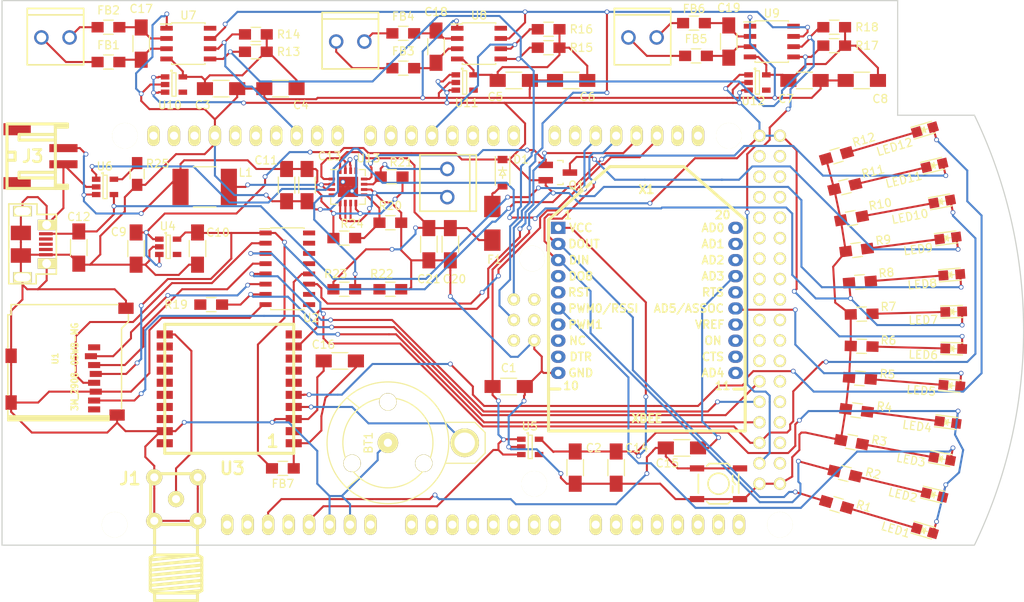
<source format=kicad_pcb>
(kicad_pcb (version 20221018) (generator pcbnew)
  (layers (0 "F.Cu" signal) (31 "B.Cu" signal) (34 "B.Paste" user) (35 "F.Paste" user) (36 "B.SilkS" user "B.Silkscreen") (37 "F.SilkS" user "F.Silkscreen") (38 "B.Mask" user) (39 "F.Mask" user) (44 "Edge.Cuts" user))
  (net 0 "")
  (net 1 "Net-(U1-Pad3)")
  (net 2 "Net-(U1-Pad5)")
  (net 3 "Net-(LED1-Pad1)")
  (net 4 "Net-(LED2-Pad1)")
  (net 5 "Net-(LED3-Pad1)")
  (net 6 "Net-(LED4-Pad1)")
  (net 7 "Net-(LED5-Pad1)")
  (net 8 "Net-(LED6-Pad1)")
  (net 9 "Net-(LED7-Pad1)")
  (net 10 "Net-(LED8-Pad1)")
  (net 11 "Net-(LED9-Pad1)")
  (net 12 "Net-(LED10-Pad1)")
  (net 13 "Net-(LED11-Pad1)")
  (net 14 "Net-(LED12-Pad1)")
  (net 15 "GND")
  (net 16 "Net-(U1-Pad1)")
  (net 17 "Net-(U1-Pad2)")
  (net 18 "Net-(U2-Pad9)")
  (net 19 "Net-(U2-Pad10)")
  (net 20 "Net-(U2-Pad14)")
  (net 21 "Net-(U2-Pad15)")
  (net 22 "Net-(U3-Pad2)")
  (net 23 "Net-(U3-Pad8)")
  (net 24 "Net-(U3-Pad12)")
  (net 25 "Net-(U3-Pad13)")
  (net 26 "Net-(U3-Pad14)")
  (net 27 "Net-(U1-Pad8)")
  (net 28 "Net-(C3-Pad1)")
  (net 29 "Net-(C5-Pad1)")
  (net 30 "Net-(C7-Pad1)")
  (net 31 "Net-(C11-Pad1)")
  (net 32 "Net-(C15-Pad2)")
  (net 33 "Net-(C16-Pad1)")
  (net 34 "Net-(C17-Pad1)")
  (net 35 "Net-(C17-Pad2)")
  (net 36 "Net-(C18-Pad1)")
  (net 37 "Net-(C18-Pad2)")
  (net 38 "Net-(C19-Pad1)")
  (net 39 "Net-(C19-Pad2)")
  (net 40 "Net-(FB1-Pad1)")
  (net 41 "Net-(FB2-Pad1)")
  (net 42 "Net-(FB3-Pad1)")
  (net 43 "Net-(FB4-Pad1)")
  (net 44 "Net-(FB5-Pad1)")
  (net 45 "Net-(FB6-Pad1)")
  (net 46 "Net-(SHIELD1-Pad14)")
  (net 47 "Net-(SHIELD1-Pad15)")
  (net 48 "Net-(SHIELD1-Pad20)")
  (net 49 "Net-(SHIELD1-Pad21)")
  (net 50 "Net-(SHIELD1-PadC_TX)")
  (net 51 "Net-(SHIELD1-PadC_RX)")
  (net 52 "Net-(SHIELD1-PadDAC1)")
  (net 53 "Net-(SHIELD1-PadDAC0)")
  (net 54 "Net-(SHIELD1-PadAD8)")
  (net 55 "Net-(SHIELD1-PadAD7)")
  (net 56 "Net-(SHIELD1-PadAD6)")
  (net 57 "Net-(SHIELD1-PadAD9)")
  (net 58 "Net-(SHIELD1-PadAD10)")
  (net 59 "Net-(SHIELD1-PadAD11)")
  (net 60 "Net-(SHIELD1-PadAD5)")
  (net 61 "Net-(SHIELD1-PadAD4)")
  (net 62 "Net-(SHIELD1-PadAD3)")
  (net 63 "Net-(SHIELD1-PadAD0)")
  (net 64 "Net-(SHIELD1-PadAD1)")
  (net 65 "Net-(SHIELD1-PadAD2)")
  (net 66 "Net-(SHIELD1-PadV_IN)")
  (net 67 "Net-(SHIELD1-Pad3V3)")
  (net 68 "Net-(SHIELD1-Pad2)")
  (net 69 "Net-(SHIELD1-Pad3)")
  (net 70 "Net-(SHIELD1-Pad5)")
  (net 71 "Net-(SHIELD1-Pad6)")
  (net 72 "Net-(SHIELD1-Pad7)")
  (net 73 "Net-(SHIELD1-Pad8)")
  (net 74 "Net-(SHIELD1-Pad9)")
  (net 75 "Net-(SHIELD1-Pad11)")
  (net 76 "Net-(SHIELD1-Pad12)")
  (net 77 "Net-(SHIELD1-Pad13)")
  (net 78 "Net-(SHIELD1-PadAREF)")
  (net 79 "Net-(SHIELD1-Pad22)")
  (net 80 "Net-(SHIELD1-Pad23)")
  (net 81 "Net-(SHIELD1-Pad24)")
  (net 82 "Net-(SHIELD1-Pad25)")
  (net 83 "Net-(SHIELD1-Pad26)")
  (net 84 "Net-(SHIELD1-Pad27)")
  (net 85 "Net-(SHIELD1-Pad28)")
  (net 86 "Net-(SHIELD1-Pad29)")
  (net 87 "Net-(SHIELD1-Pad31)")
  (net 88 "Net-(SHIELD1-Pad30)")
  (net 89 "Net-(SHIELD1-Pad32)")
  (net 90 "Net-(SHIELD1-Pad33)")
  (net 91 "Net-(SHIELD1-Pad34)")
  (net 92 "Net-(SHIELD1-Pad35)")
  (net 93 "Net-(SHIELD1-Pad36)")
  (net 94 "Net-(SHIELD1-Pad37)")
  (net 95 "Net-(SHIELD1-Pad38)")
  (net 96 "Net-(SHIELD1-Pad39)")
  (net 97 "Net-(SHIELD1-Pad40)")
  (net 98 "Net-(SHIELD1-Pad41)")
  (net 99 "Net-(SHIELD1-Pad42)")
  (net 100 "Net-(SHIELD1-Pad43)")
  (net 101 "Net-(SHIELD1-Pad45)")
  (net 102 "Net-(SHIELD1-Pad47)")
  (net 103 "Net-(SHIELD1-Pad49)")
  (net 104 "Net-(SHIELD1-Pad51)")
  (net 105 "Net-(SHIELD1-Pad53)")
  (net 106 "Net-(SHIELD1-PadSP2)")
  (net 107 "Net-(SHIELD1-PadSP4)")
  (net 108 "Net-(SHIELD1-PadSP5)")
  (net 109 "Net-(SHIELD1-PadIO_R)")
  (net 110 "Net-(SHIELD1-PadSDA1)")
  (net 111 "Net-(SHIELD1-PadSCL1)")
  (net 112 "Net-(U4-Pad4)")
  (net 113 "Net-(J1-Pad1)")
  (net 114 "Net-(U5-Pad4)")
  (net 115 "Net-(X1-Pad20)")
  (net 116 "Net-(X1-Pad16)")
  (net 117 "Net-(X1-Pad14)")
  (net 118 "Net-(X1-Pad18)")
  (net 119 "Net-(X1-Pad19)")
  (net 120 "Net-(X1-Pad12)")
  (net 121 "Net-(X1-Pad11)")
  (net 122 "Net-(X1-Pad13)")
  (net 123 "Net-(X1-Pad8)")
  (net 124 "Net-(X1-Pad9)")
  (net 125 "Net-(X1-Pad7)")
  (net 126 "Net-(X1-Pad5)")
  (net 127 "Net-(J2-Pad3)")
  (net 128 "Net-(J2-Pad2)")
  (net 129 "Net-(J2-Pad4)")
  (net 130 "Net-(D1-Pad2)")
  (net 131 "Net-(BT1-Pad1)")
  (net 132 "Net-(U10-Pad4)")
  (net 133 "Net-(U11-Pad4)")
  (net 134 "Net-(U12-Pad4)")
  (net 135 "Net-(Q1-Pad1)")
  (net 136 "BATT-5V")
  (net 137 "GPS-SD-3V3")
  (net 138 "XBEE-3V3")
  (net 139 "XBEE-RSSI")
  (net 140 "XBEE-DIO5")
  (net 141 "BATT-STAT")
  (net 142 "USB-5V")
  (net 143 "BATT-DEAD")
  (net 144 "SD-CLK")
  (net 145 "GPS-FIX")
  (net 146 "Net-(R19-Pad1)")
  (net 147 "GPS-3V3-RX")
  (net 148 "Net-(C20-Pad1)")
  (net 149 "TC-SCK")
  (net 150 "Net-(R20-Pad1)")
  (net 151 "Net-(R21-Pad1)")
  (net 152 "Net-(R22-Pad1)")
  (net 153 "Net-(R25-Pad1)")
  (net 154 "TC-MISO")
  (net 155 "Net-(L1-Pad2)")
  (net 156 "XBEE-RESET")
  (net 157 "XBEE-RX")
  (net 158 "XBEE-TX")
  (net 159 "TC-CS0")
  (net 160 "TC-CS1")
  (net 161 "TC-CS2")
  (net 162 "SD-CS")
  (net 163 "GPS-TX")
  (net 164 "GPS-5V-RX")
  (net 165 "Net-(SHIELD1-Pad0)")
  (net 166 "Net-(SHIELD1-Pad1)")
  (net 167 "SD-MOSI")
  (net 168 "SD-MISO")
  (net 169 "Net-(X1-Pad4)")
  (footprint "LEDs:LED-0805" (layer "F.Cu") (at 165.301373 150.618264 -16.5)
    (fp_text reference "LED1")
    (fp_text value "RX")
  )
  (footprint "LEDs:LED-0805" (layer "F.Cu") (at 166.488776 146.186817 -13.5)
    (fp_text reference "LED2")
    (fp_text value "TX")
  )
  (footprint "LEDs:LED-0805" (layer "F.Cu") (at 167.442627 141.699299 -10.5)
    (fp_text reference "LED3")
    (fp_text value "SIG")
  )
  (footprint "LEDs:LED-0805" (layer "F.Cu") (at 168.160313 137.16801 -7.5)
    (fp_text reference "LED4")
    (fp_text value "PWR")
  )
  (footprint "LEDs:LED-0805" (layer "F.Cu") (at 168.639865 132.60537 -4.5)
    (fp_text reference "LED5")
    (fp_text value "CONN")
  )
  (footprint "LEDs:LED-0805" (layer "F.Cu") (at 168.879971 128.023885 -1.5)
    (fp_text reference "LED6")
    (fp_text value "5V")
  )
  (footprint "LEDs:LED-0805" (layer "F.Cu") (at 168.879971 123.436114 1.5)
    (fp_text reference "LED7")
    (fp_text value "FULL")
  )
  (footprint "LEDs:LED-0805" (layer "F.Cu") (at 168.639865 118.854629 4.5)
    (fp_text reference "LED8")
    (fp_text value "CHG")
  )
  (footprint "LEDs:LED-0805" (layer "F.Cu") (at 168.160313 114.291989 7.5)
    (fp_text reference "LED9")
    (fp_text value "DEAD")
  )
  (footprint "LEDs:LED-0805" (layer "F.Cu") (at 167.442627 109.7607 10.5)
    (fp_text reference "LED10")
    (fp_text value "LOG")
  )
  (footprint "LEDs:LED-0805" (layer "F.Cu") (at 166.488776 105.273182 13.5)
    (fp_text reference "LED11")
    (fp_text value "PWR")
  )
  (footprint "LEDs:LED-0805" (layer "F.Cu") (at 165.301373 100.841735 16.5)
    (fp_text reference "LED12")
    (fp_text value "FIX")
  )
  (footprint "Resistors_SMD:R_0805_HandSoldering" (layer "F.Cu") (at 154.342063 147.371969 163.5)
    (fp_text reference "R1")
    (fp_text value "1K")
  )
  (footprint "Resistors_SMD:R_0805_HandSoldering" (layer "F.Cu") (at 155.374587 143.518536 166.5)
    (fp_text reference "R2")
    (fp_text value "1K")
  )
  (footprint "Resistors_SMD:R_0805_HandSoldering" (layer "F.Cu") (at 156.204023 139.616347 169.5)
    (fp_text reference "R3")
    (fp_text value "1K")
  )
  (footprint "Resistors_SMD:R_0805_HandSoldering" (layer "F.Cu") (at 156.828098 135.676095 172.5)
    (fp_text reference "R4")
    (fp_text value "1K")
  )
  (footprint "Resistors_SMD:R_0805_HandSoldering" (layer "F.Cu") (at 157.2451 131.708583 175.5)
    (fp_text reference "R5")
    (fp_text value "1K")
  )
  (footprint "Resistors_SMD:R_0805_HandSoldering" (layer "F.Cu") (at 157.453888 127.724683 178.5)
    (fp_text reference "R6")
    (fp_text value "1K")
  )
  (footprint "Resistors_SMD:R_0805_HandSoldering" (layer "F.Cu") (at 157.453888 123.735316 -178.5)
    (fp_text reference "R7")
    (fp_text value "1K")
  )
  (footprint "Resistors_SMD:R_0805_HandSoldering" (layer "F.Cu") (at 157.2451 119.751416 -175.5)
    (fp_text reference "R8")
    (fp_text value "1K")
  )
  (footprint "Resistors_SMD:R_0805_HandSoldering" (layer "F.Cu") (at 156.828098 115.783904 -172.5)
    (fp_text reference "R9")
    (fp_text value "1K")
  )
  (footprint "Resistors_SMD:R_0805_HandSoldering" (layer "F.Cu") (at 156.204023 111.843652 -169.5)
    (fp_text reference "R10")
    (fp_text value "1K")
  )
  (footprint "Resistors_SMD:R_0805_HandSoldering" (layer "F.Cu") (at 155.374587 107.941463 -166.5)
    (fp_text reference "R11")
    (fp_text value "1K")
  )
  (footprint "Resistors_SMD:R_0805_HandSoldering" (layer "F.Cu") (at 154.342063 104.08803 -163.5)
    (fp_text reference "R12")
    (fp_text value "1K")
  )
  (footprint "Housings_SOIC:SOIC-16_3.9x9.9mm_Pitch1.27mm" (layer "F.Cu") (at 86.2 118.11)
    (fp_text reference "U2")
    (fp_text value "74HC4050" hide)
  )
  (footprint "rascalmicro-kicad-footprints:FGPMMOPA6H" (layer "F.Cu") (at 78.994 133.00456 180)
    (fp_text reference "U3")
    (fp_text value "FGPMMOPA6H" hide)
  )
  (footprint "rascalmicro-kicad-footprints:3M_2908-05WB-MG" (layer "F.Cu") (at 62.23 127.85598 -90)
    (fp_text reference "U1")
    (fp_text value "3M_2908-05WB-MG")
  )
  (footprint "Capacitors_SMD:C_1206_HandSoldering" (layer "F.Cu") (at 113.665 132.715)
    (fp_text reference "C1")
    (fp_text value "10uF")
  )
  (footprint "Capacitors_SMD:C_1206_HandSoldering" (layer "F.Cu") (at 121.92 142.78 -90)
    (fp_text reference "C2")
    (fp_text value "10uF")
  )
  (footprint "Capacitors_SMD:C_1206_HandSoldering" (layer "F.Cu") (at 77.978 95.758)
    (fp_text reference "C3")
    (fp_text value "10uF")
  )
  (footprint "Capacitors_SMD:C_1206_HandSoldering" (layer "F.Cu") (at 85.344 95.758 180)
    (fp_text reference "C4")
    (fp_text value "10uF")
  )
  (footprint "Capacitors_SMD:C_1206_HandSoldering" (layer "F.Cu") (at 114.3 94.742)
    (fp_text reference "C5")
    (fp_text value "10uF")
  )
  (footprint "Capacitors_SMD:C_1206_HandSoldering" (layer "F.Cu") (at 121.412 94.742 180)
    (fp_text reference "C6")
    (fp_text value "10uF")
  )
  (footprint "Capacitors_SMD:C_1206_HandSoldering" (layer "F.Cu") (at 150.368 94.742)
    (fp_text reference "C7")
    (fp_text value "10uF")
  )
  (footprint "Capacitors_SMD:C_1206_HandSoldering" (layer "F.Cu") (at 157.48 94.742 180)
    (fp_text reference "C8")
    (fp_text value "10uF")
  )
  (footprint "Capacitors_SMD:C_1206_HandSoldering" (layer "F.Cu") (at 67.437 115.602 -90)
    (fp_text reference "C9")
    (fp_text value "10uF")
  )
  (footprint "Capacitors_SMD:C_1206_HandSoldering" (layer "F.Cu") (at 75.057 115.602 -90)
    (fp_text reference "C10")
    (fp_text value "10uF")
  )
  (footprint "Capacitors_SMD:C_1206_HandSoldering" (layer "F.Cu") (at 86.106 107.728 -90)
    (fp_text reference "C11")
    (fp_text value "10uF")
  )
  (footprint "Capacitors_SMD:C_1206_HandSoldering" (layer "F.Cu") (at 60.325 115.475 -90)
    (fp_text reference "C12")
    (fp_text value "10uF")
  )
  (footprint "Capacitors_SMD:C_1206_HandSoldering" (layer "F.Cu") (at 88.646 107.728 -90)
    (fp_text reference "C13")
    (fp_text value "100nF")
  )
  (footprint "Capacitors_SMD:C_1206_HandSoldering" (layer "F.Cu") (at 127 142.78 -90)
    (fp_text reference "C14")
    (fp_text value "100nF")
  )
  (footprint "Capacitors_SMD:C_1206_HandSoldering" (layer "F.Cu") (at 135.16 140.335)
    (fp_text reference "C15")
    (fp_text value "100nF")
  )
  (footprint "Capacitors_SMD:C_1206_HandSoldering" (layer "F.Cu") (at 92.71 129.54 180)
    (fp_text reference "C16")
    (fp_text value "100nF")
  )
  (footprint "Capacitors_SMD:C_1206_HandSoldering" (layer "F.Cu") (at 68.072 90.17 90)
    (fp_text reference "C17")
    (fp_text value "10nF")
  )
  (footprint "Capacitors_SMD:C_1206_HandSoldering" (layer "F.Cu") (at 104.648 90.551 90)
    (fp_text reference "C18")
    (fp_text value "10nF")
  )
  (footprint "Capacitors_SMD:C_1206_HandSoldering" (layer "F.Cu") (at 140.97 89.916 90)
    (fp_text reference "C19")
    (fp_text value "10nF")
  )
  (footprint "Capacitors_SMD:C_1206_HandSoldering" (layer "F.Cu") (at 106.426 115.062 -90)
    (fp_text reference "C20")
    (fp_text value "100uF")
  )
  (footprint "Fuse_Holders_and_Fuses:Fuse_SMD1206_HandSoldering" (layer "F.Cu") (at 111.633 112.46866 -90)
    (fp_text reference "F1")
    (fp_text value "500 mA fuse")
  )
  (footprint "Resistors_SMD:R_0805_HandSoldering" (layer "F.Cu") (at 64.008 92.456)
    (fp_text reference "FB1")
    (fp_text value "FILTER" hide)
  )
  (footprint "Resistors_SMD:R_0805_HandSoldering" (layer "F.Cu") (at 64.008 88.138)
    (fp_text reference "FB2")
    (fp_text value "FILTER" hide)
  )
  (footprint "Resistors_SMD:R_0805_HandSoldering" (layer "F.Cu") (at 100.584 93.218)
    (fp_text reference "FB3")
    (fp_text value "FILTER" hide)
  )
  (footprint "Resistors_SMD:R_0805_HandSoldering" (layer "F.Cu") (at 100.584 88.9)
    (fp_text reference "FB4")
    (fp_text value "FILTER" hide)
  )
  (footprint "Resistors_SMD:R_0805_HandSoldering" (layer "F.Cu") (at 136.906 91.694)
    (fp_text reference "FB5")
    (fp_text value "FILTER" hide)
  )
  (footprint "Resistors_SMD:R_0805_HandSoldering" (layer "F.Cu") (at 136.652 87.63)
    (fp_text reference "FB6")
    (fp_text value "FILTER" hide)
  )
  (footprint "Resistors_SMD:R_0805_HandSoldering" (layer "F.Cu") (at 85.645 142.875)
    (fp_text reference "FB7")
    (fp_text value "FILTER" hide)
  )
  (footprint "Resistors_SMD:R_0805_HandSoldering" (layer "F.Cu") (at 82.296 91.186 180)
    (fp_text reference "R13")
    (fp_text value "10k")
  )
  (footprint "Resistors_SMD:R_0805_HandSoldering" (layer "F.Cu") (at 82.296 89.027 180)
    (fp_text reference "R14")
    (fp_text value "10k")
  )
  (footprint "Resistors_SMD:R_0805_HandSoldering" (layer "F.Cu") (at 118.618 90.678 180)
    (fp_text reference "R15")
    (fp_text value "10k")
  )
  (footprint "Resistors_SMD:R_0805_HandSoldering" (layer "F.Cu") (at 118.618 88.392 180)
    (fp_text reference "R16")
    (fp_text value "10k")
  )
  (footprint "Resistors_SMD:R_0805_HandSoldering" (layer "F.Cu") (at 154.051 90.424 180)
    (fp_text reference "R17")
    (fp_text value "10k")
  )
  (footprint "freetronics_footprints:ARDUINO_DUE_SHIELD" (layer "F.Cu") (at 50.8 152.4)
    (fp_text reference "SHIELD1" hide)
    (fp_text value "ARDUINO_DUE_SHIELD" hide)
  )
  (footprint "freetronics_footprints:SW_PUSHBUTTON_SMD" (layer "F.Cu") (at 139.7 144.78)
    (fp_text reference "SW1")
    (fp_text value "RESET")
  )
  (footprint "Housings_SOT-23_SOT-143_TSOT-6:SOT-23-5" (layer "F.Cu") (at 71.417 115.382)
    (fp_text reference "U4")
    (fp_text value "RT9193" hide)
  )
  (footprint "rascalmicro_kicad_footprints:SMA" (layer "F.Cu") (at 72.39 146.685 180)
    (fp_text reference "J1")
    (fp_text value "SMA" hide)
  )
  (footprint "Housings_SOT-23_SOT-143_TSOT-6:SOT-23-5" (layer "F.Cu") (at 116.332 140.208)
    (fp_text reference "U5")
    (fp_text value "MIC5219" hide)
  )
  (footprint "freetronics_footprints:XBEE_PRO" (layer "F.Cu") (at 130.81 113.03)
    (fp_text reference "X1")
    (fp_text value "XBEE")
  )
  (footprint "rascalmicro_kicad_footprints:USB-micro-B-female" (layer "F.Cu") (at 53.34 115.06454)
    (fp_text reference "J2" hide)
    (fp_text value "USB_OTG" hide)
  )
  (footprint "Diodes_SMD:SOD-123" (layer "F.Cu") (at 112.903 106.188 -90)
    (fp_text reference "D1")
    (fp_text value "MBR120VLSFT1G" hide)
  )
  (footprint "freetronics_footprints:SCREWTERMINAL-3.5MM-2" (layer "F.Cu") (at 59.182 89.408 180)
    (fp_text reference "TC1")
    (fp_text value "SCREW TERMINAL" hide)
  )
  (footprint "freetronics_footprints:SCREWTERMINAL-3.5MM-2" (layer "F.Cu") (at 95.758 89.916 180)
    (fp_text reference "TC2")
    (fp_text value "SCREW TERMINAL" hide)
  )
  (footprint "freetronics_footprints:SCREWTERMINAL-3.5MM-2" (layer "F.Cu") (at 132.02158 89.408 180)
    (fp_text reference "TC3")
    (fp_text value "SCREW TERMINAL" hide)
  )
  (footprint "Housings_SOT-23_SOT-143_TSOT-6:SOT-23-5" (layer "F.Cu") (at 63.584 107.95)
    (fp_text reference "U6")
    (fp_text value "MCP73831T-2ACI/OT" hide)
  )
  (footprint "Housings_SOIC:SOIC-8_3.9x4.9mm_Pitch1.27mm" (layer "F.Cu") (at 73.914 90.17)
    (fp_text reference "U7")
    (fp_text value "MAX31855KASA" hide)
  )
  (footprint "Housings_SOIC:SOIC-8_3.9x4.9mm_Pitch1.27mm" (layer "F.Cu") (at 109.982 90.17)
    (fp_text reference "U8")
    (fp_text value "MAX31855KASA" hide)
  )
  (footprint "Housings_SOIC:SOIC-8_3.9x4.9mm_Pitch1.27mm" (layer "F.Cu") (at 146.304 89.916)
    (fp_text reference "U9")
    (fp_text value "MAX31855KASA" hide)
  )
  (footprint "rascalmicro_kicad_footprints:s2b-ph-sm4-tb" (layer "F.Cu") (at 58.42 104.14 -90)
    (fp_text reference "J3")
    (fp_text value "JST PH" hide)
  )
  (footprint "Discret:CR1220" (layer "F.Cu") (at 103.124 139.7 180)
    (fp_text reference "BT1")
    (fp_text value "Battery")
  )
  (footprint "Housings_SOT-23_SOT-143_TSOT-6:SOT-23-5" (layer "F.Cu") (at 72.136 95.25)
    (fp_text reference "U10")
    (fp_text value "LP2980AIM5-3.3/NOPB" hide)
  )
  (footprint "Housings_SOT-23_SOT-143_TSOT-6:SOT-23-5" (layer "F.Cu") (at 108.204 94.996)
    (fp_text reference "U11")
    (fp_text value "LP2980AIM5-3.3/NOPB" hide)
  )
  (footprint "Housings_SOT-23_SOT-143_TSOT-6:SOT-23-5" (layer "F.Cu") (at 144.526 94.996)
    (fp_text reference "U12")
    (fp_text value "LP2980AIM5-3.3/NOPB" hide)
  )
  (footprint "Housings_SOT-23_SOT-143_TSOT-6:SOT-23_Handsoldering" (layer "F.Cu") (at 119.761 106.172 -90)
    (fp_text reference "Q1")
    (fp_text value "PNP-BJT-BIASED_SOT" hide)
  )
  (footprint "Housings_DFN_QFN:QFN-16-1EP_4x4mm_Pitch0.65mm" (layer "F.Cu") (at 93.726 107.95)
    (fp_text reference "U13")
    (fp_text value "TPS61030RSA" hide)
  )
  (footprint "Resistors_SMD:R_0805_HandSoldering" (layer "F.Cu") (at 154.051 88.138 180)
    (fp_text reference "R18")
    (fp_text value "10k")
  )
  (footprint "Resistors_SMD:R_0805_HandSoldering" (layer "F.Cu") (at 76.755 122.555)
    (fp_text reference "R19")
    (fp_text value "10k")
  )
  (footprint "Capacitors_SMD:C_1206_HandSoldering" (layer "F.Cu") (at 103.759 115.062 -90)
    (fp_text reference "C21")
    (fp_text value "2.2uF")
  )
  (footprint "Resistors_SMD:R_0805_HandSoldering" (layer "F.Cu") (at 98.98 112.395)
    (fp_text reference "R20")
    (fp_text value "340k")
  )
  (footprint "Resistors_SMD:R_0805_HandSoldering" (layer "F.Cu") (at 99.14 106.68)
    (fp_text reference "R21")
    (fp_text value "340k")
  )
  (footprint "Resistors_SMD:R_0805_HandSoldering" (layer "F.Cu") (at 98.98 120.65)
    (fp_text reference "R22")
    (fp_text value "200k")
  )
  (footprint "Resistors_SMD:R_0805_HandSoldering" (layer "F.Cu") (at 93.265 120.65)
    (fp_text reference "R23")
    (fp_text value "1.80M")
  )
  (footprint "Resistors_SMD:R_0805_HandSoldering" (layer "F.Cu") (at 93.265 114.3)
    (fp_text reference "R24")
    (fp_text value "1.80M")
  )
  (footprint "Resistors_SMD:R_0805_HandSoldering" (layer "F.Cu") (at 67.564 106.346 -90)
    (fp_text reference "R25")
    (fp_text value "2k")
  )
  (footprint "Inductors_NEOSID:Neosid_Inductor_SM-NE56_SMD2220" (layer "F.Cu") (at 75.946 107.95)
    (fp_text reference "L1")
    (fp_text value "6.8uH")
  )
  (footprint "freetronics_footprints:SCREWTERMINAL-3.5MM-2" (layer "F.Cu") (at 106.045 109.22 90)
    (fp_text reference "SW2")
    (fp_text value "ON/OFF" hide)
  )
  (gr_line (start 161.925 99.06) (end 171.45 99.06) (stroke (width 0.15)) (layer "Edge.Cuts"))
  (gr_line (start 50.8 152.4) (end 50.8 84.836) (stroke (width 0.15)) (layer "Edge.Cuts"))
  (gr_arc (start 171.45 99.06) (mid 177.550729 125.709306) (end 171.467981 152.362722) (stroke (width 0.15)) (layer "Edge.Cuts"))
  (gr_line (start 161.925 84.836) (end 50.8 84.836) (stroke (width 0.15)) (layer "Edge.Cuts"))
  (gr_line (start 50.8 152.4) (end 171.45 152.4) (stroke (width 0.15)) (layer "Edge.Cuts"))
  (gr_line (start 161.925 99.06) (end 161.925 84.836) (stroke (width 0.15)) (layer "Edge.Cuts"))
  (segment (start 81.915 117.475) (end 78.74 120.65) (width 0.254) (layer "F.Cu") (net 1))
  (segment (start 78.74 120.65) (end 73.152 120.65) (width 0.254) (layer "F.Cu") (net 1))
  (segment (start 73.152 120.65) (end 68.326 125.476) (width 0.254) (layer "F.Cu") (net 1))
  (segment (start 68.326 125.476) (end 68.326 127.762) (width 0.254) (layer "F.Cu") (net 1))
  (segment (start 68.326 127.762) (end 66.03238 130.05562) (width 0.254) (layer "F.Cu") (net 1))
  (segment (start 66.03238 130.05562) (end 62.23 130.05562) (width 0.254) (layer "F.Cu") (net 1))
  (segment (start 83.5 117.475) (end 81.915 117.475) (width 0.254) (layer "F.Cu") (net 1))
  (segment (start 71.882 119.888) (end 67.056 124.714) (width 0.254) (layer "F.Cu") (net 2))
  (segment (start 67.056 124.714) (end 61.722 124.714) (width 0.254) (layer "F.Cu") (net 2))
  (segment (start 61.722 124.714) (end 59.944 126.492) (width 0.254) (layer "F.Cu") (net 2))
  (segment (start 59.944 126.492) (end 59.944 131.318) (width 0.254) (layer "F.Cu") (net 2))
  (segment (start 59.944 131.318) (end 60.88126 132.25526) (width 0.254) (layer "F.Cu") (net 2))
  (segment (start 60.88126 132.25526) (end 62.23 132.25526) (width 0.254) (layer "F.Cu") (net 2))
  (segment (start 76.842066 119.888) (end 81.788 114.942066) (width 0.254) (layer "F.Cu") (net 2))
  (segment (start 71.882 119.888) (end 76.842066 119.888) (width 0.254) (layer "F.Cu") (net 2))
  (segment (start 82.669934 114.942066) (end 82.677 114.935) (width 0.254) (layer "F.Cu") (net 2))
  (segment (start 83.5 114.935) (end 82.677 114.935) (width 0.254) (layer "F.Cu") (net 2))
  (segment (start 81.788 114.942066) (end 82.669934 114.942066) (width 0.254) (layer "F.Cu") (net 2))
  (segment (start 155.63647 147.75539) (end 164.295552 150.320326) (width 0.254) (layer "F.Cu") (net 3))
  (segment (start 156.687286 143.833687) (end 165.468741 145.941928) (width 0.254) (layer "F.Cu") (net 4))
  (segment (start 157.531417 139.862365) (end 166.411173 141.50813) (width 0.254) (layer "F.Cu") (net 5))
  (segment (start 158.166549 135.852305) (end 167.120268 137.031085) (width 0.254) (layer "F.Cu") (net 6))
  (segment (start 158.590938 131.814503) (end 167.594079 132.523065) (width 0.254) (layer "F.Cu") (net 7))
  (segment (start 158.803425 127.760022) (end 167.83131 127.996425) (width 0.254) (layer "F.Cu") (net 8))
  (segment (start 158.803425 123.699977) (end 167.83131 123.463574) (width 0.254) (layer "F.Cu") (net 9))
  (segment (start 158.590938 119.645496) (end 167.594079 118.936934) (width 0.254) (layer "F.Cu") (net 10))
  (segment (start 158.166549 115.607694) (end 167.120268 114.428914) (width 0.254) (layer "F.Cu") (net 11))
  (segment (start 157.531417 111.597634) (end 166.411173 109.951869) (width 0.254) (layer "F.Cu") (net 12))
  (segment (start 156.687286 107.626312) (end 165.468741 105.518071) (width 0.254) (layer "F.Cu") (net 13))
  (segment (start 155.63647 103.704609) (end 164.295552 101.139673) (width 0.254) (layer "F.Cu") (net 14))
  (segment (start 56.63692 133.35508) (end 55.28564 134.70636) (width 0.254) (layer "F.Cu") (net 15))
  (segment (start 55.28564 134.70636) (end 51.9303 134.70636) (width 0.254) (layer "F.Cu") (net 15))
  (segment (start 83.185 122.555) (end 81.534 124.206) (width 0.254) (layer "F.Cu") (net 15))
  (segment (start 81.534 124.206) (end 70.612 124.206) (width 0.254) (layer "F.Cu") (net 15))
  (segment (start 70.612 124.206) (end 69.088 125.73) (width 0.254) (layer "F.Cu") (net 15))
  (segment (start 69.088 125.73) (end 69.088 131.064) (width 0.254) (layer "F.Cu") (net 15))
  (segment (start 69.088 131.064) (end 66.79692 133.35508) (width 0.254) (layer "F.Cu") (net 15))
  (segment (start 66.79692 133.35508) (end 62.43066 133.35508) (width 0.254) (layer "F.Cu") (net 15))
  (segment (start 51.9303 123.3297) (end 53.34 121.92) (width 0.254) (layer "F.Cu") (net 15))
  (segment (start 53.34 121.92) (end 53.34 119.1641) (width 0.254) (layer "F.Cu") (net 15))
  (segment (start 60.452 117.602) (end 60.325 117.475) (width 0.254) (layer "F.Cu") (net 15))
  (segment (start 66.1797 122.0597) (end 64.77 120.65) (width 0.254) (layer "F.Cu") (net 15))
  (segment (start 64.77 120.65) (end 55.245 120.65) (width 0.254) (layer "F.Cu") (net 15))
  (segment (start 61.22924 107.95) (end 58.42 105.14076) (width 0.254) (layer "F.Cu") (net 15))
  (segment (start 58.42 110.58398) (end 56.33974 112.66424) (width 0.254) (layer "F.Cu") (net 15))
  (segment (start 66.04 109.22) (end 66.04 110.998) (width 0.254) (layer "F.Cu") (net 15))
  (segment (start 66.04 110.998) (end 62.992 114.046) (width 0.254) (layer "F.Cu") (net 15))
  (segment (start 62.992 114.046) (end 62.992 116.332) (width 0.254) (layer "F.Cu") (net 15))
  (segment (start 62.992 116.332) (end 61.722 117.602) (width 0.254) (layer "F.Cu") (net 15))
  (segment (start 61.722 117.602) (end 60.452 117.602) (width 0.254) (layer "F.Cu") (net 15))
  (segment (start 77.216 102.616) (end 75.946 103.886) (width 0.254) (layer "F.Cu") (net 15))
  (segment (start 75.946 103.886) (end 72.39 103.886) (width 0.254) (layer "F.Cu") (net 15))
  (segment (start 72.39 103.886) (end 68.58 107.696) (width 0.254) (layer "F.Cu") (net 15))
  (segment (start 68.58 107.696) (end 67.564 107.696) (width 0.254) (layer "F.Cu") (net 15))
  (segment (start 90.71 130.778) (end 89.916 131.572) (width 0.254) (layer "F.Cu") (net 15))
  (segment (start 89.916 131.572) (end 89.916 135.636) (width 0.254) (layer "F.Cu") (net 15))
  (segment (start 89.916 135.636) (end 88.7984 136.7536) (width 0.254) (layer "F.Cu") (net 15))
  (segment (start 88.7984 136.7536) (end 86.995 136.7536) (width 0.254) (layer "F.Cu") (net 15))
  (segment (start 72.31126 138.25474) (end 73.406 137.16) (width 0.254) (layer "F.Cu") (net 15))
  (segment (start 84.328 137.16) (end 84.7344 136.7536) (width 0.254) (layer "F.Cu") (net 15))
  (segment (start 84.7344 136.7536) (end 86.995 136.7536) (width 0.254) (layer "F.Cu") (net 15))
  (segment (start 94.351 108.575) (end 94.234 108.458) (width 0.254) (layer "F.Cu") (net 15))
  (segment (start 94.351 108.575) (end 93.101 107.325) (width 0.254) (layer "F.Cu") (net 15))
  (segment (start 94.351 107.325) (end 94.351 108.575) (width 0.254) (layer "F.Cu") (net 15))
  (segment (start 94.351 108.575) (end 93.101 108.575) (width 0.254) (layer "F.Cu") (net 15))
  (segment (start 93.101 108.575) (end 93.101 107.325) (width 0.254) (layer "F.Cu") (net 15))
  (segment (start 155.489647 115.960114) (end 154.876629 112.08967) (width 0.254) (layer "F.Cu") (net 15))
  (segment (start 154.876629 112.08967) (end 154.061888 108.256614) (width 0.254) (layer "F.Cu") (net 15))
  (segment (start 154.061888 108.256614) (end 153.047656 104.471451) (width 0.254) (layer "F.Cu") (net 15))
  (segment (start 156.104351 123.770655) (end 156.104351 127.689344) (width 0.254) (layer "F.Cu") (net 15))
  (segment (start 156.104351 127.689344) (end 155.899262 131.602663) (width 0.254) (layer "F.Cu") (net 15))
  (segment (start 155.899262 131.602663) (end 155.489647 135.499885) (width 0.254) (layer "F.Cu") (net 15))
  (segment (start 155.489647 135.499885) (end 154.876629 139.370329) (width 0.254) (layer "F.Cu") (net 15))
  (segment (start 154.876629 139.370329) (end 150.495 138.43) (width 0.254) (layer "F.Cu") (net 15))
  (segment (start 148.844 143.891) (end 147.32 144.78) (width 0.254) (layer "F.Cu") (net 15))
  (segment (start 155.489647 115.960114) (end 153.924 117.856) (width 0.254) (layer "F.Cu") (net 15))
  (segment (start 153.924 117.856) (end 154.178 122.301) (width 0.254) (layer "F.Cu") (net 15))
  (segment (start 154.178 122.301) (end 156.104351 123.770655) (width 0.254) (layer "F.Cu") (net 15))
  (segment (start 106.426 117.062) (end 103.759 117.062) (width 0.254) (layer "F.Cu") (net 15))
  (segment (start 101.568 120.416) (end 101.568 117.062) (width 0.254) (layer "F.Cu") (net 15))
  (segment (start 71.036 95.25) (end 69.215 95.25) (width 0.254) (layer "F.Cu") (net 15))
  (segment (start 117.77 130.81) (end 117.99098 131.03098) (width 0.254) (layer "F.Cu") (net 15))
  (segment (start 99.03273 109.855) (end 98.171 109.855) (width 0.254) (layer "F.Cu") (net 15))
  (segment (start 149.733 138.684) (end 149.733 140.589) (width 0.254) (layer "F.Cu") (net 15))
  (segment (start 127 144.78) (end 132.461 144.78) (width 0.254) (layer "F.Cu") (net 15))
  (segment (start 143.604 88.011) (end 143.604 86.901) (width 0.254) (layer "F.Cu") (net 15))
  (segment (start 51.9303 130.05943) (end 51.9303 134.70636) (width 0.254) (layer "F.Cu") (net 15))
  (segment (start 116.276182 96.901) (end 140.775482 96.901) (width 0.254) (layer "F.Cu") (net 15))
  (segment (start 55.245 120.65) (end 53.92166 120.65) (width 0.254) (layer "F.Cu") (net 15))
  (segment (start 153.622 94.742) (end 155.48 94.742) (width 0.254) (layer "F.Cu") (net 15))
  (segment (start 53.34 109.855) (end 53.34 110.96498) (width 0.254) (layer "F.Cu") (net 15))
  (segment (start 83.5 122.555) (end 83.185 122.555) (width 0.254) (layer "F.Cu") (net 15))
  (segment (start 71.247 87.678) (end 71.247 86.487) (width 0.254) (layer "F.Cu") (net 15))
  (segment (start 68.072 97.282) (end 69.088 98.298) (width 0.254) (layer "F.Cu") (net 15))
  (segment (start 89.662 110.744) (end 88.646 109.728) (width 0.254) (layer "F.Cu") (net 15))
  (segment (start 69.68998 143.98498) (end 69.68998 142.571488) (width 0.254) (layer "F.Cu") (net 15))
  (segment (start 56.24068 116.36502) (end 59.21502 116.36502) (width 0.254) (layer "F.Cu") (net 15))
  (segment (start 53.13934 111.16564) (end 53.34 110.96498) (width 0.254) (layer "F.Cu") (net 15))
  (segment (start 56.33974 112.66424) (end 56.33974 110.31474) (width 0.254) (layer "F.Cu") (net 15))
  (segment (start 53.34 120.06834) (end 53.34 119.1641) (width 0.254) (layer "F.Cu") (net 15))
  (segment (start 116.3 94.742) (end 117.554 94.742) (width 0.254) (layer "F.Cu") (net 15))
  (segment (start 120.142 143.51) (end 120.142 144.056) (width 0.254) (layer "F.Cu") (net 15))
  (segment (start 68.58 140.16863) (end 70.49389 138.25474) (width 0.254) (layer "F.Cu") (net 15))
  (segment (start 53.13934 113.665) (end 53.13934 114.81943) (width 0.254) (layer "F.Cu") (net 15))
  (segment (start 106.426 118.316) (end 106.426 121.539) (width 0.254) (layer "F.Cu") (net 15))
  (segment (start 59.21502 116.36502) (end 60.325 117.475) (width 0.254) (layer "F.Cu") (net 15))
  (segment (start 117.554 94.742) (end 119.412 94.742) (width 0.254) (layer "F.Cu") (net 15))
  (segment (start 58.42 105.14076) (end 58.42 110.58398) (width 0.254) (layer "F.Cu") (net 15))
  (segment (start 70.993 138.25474) (end 66.12509 138.25474) (width 0.254) (layer "F.Cu") (net 15))
  (segment (start 134.366 146.685) (end 137.033 146.685) (width 0.254) (layer "F.Cu") (net 15))
  (segment (start 115.665 133.769) (end 115.57 133.864) (width 0.254) (layer "F.Cu") (net 15))
  (segment (start 115.232 140.208) (end 113.665 140.208) (width 0.254) (layer "F.Cu") (net 15))
  (segment (start 68.58 141.461508) (end 68.58 140.16863) (width 0.254) (layer "F.Cu") (net 15))
  (segment (start 68.072 96.393) (end 68.072 97.282) (width 0.254) (layer "F.Cu") (net 15))
  (segment (start 100.33 112.395) (end 100.33 111.15227) (width 0.254) (layer "F.Cu") (net 15))
  (segment (start 62.43066 133.35508) (end 56.63692 133.35508) (width 0.254) (layer "F.Cu") (net 15))
  (segment (start 107.188 87.617) (end 107.188 87.36011) (width 0.254) (layer "F.Cu") (net 15))
  (segment (start 56.33974 119.55526) (end 55.245 120.65) (width 0.254) (layer "F.Cu") (net 15))
  (segment (start 69.68998 145.398472) (end 69.68998 149.38502) (width 0.254) (layer "F.Cu") (net 15))
  (segment (start 106.32 94.996) (end 105.001989 96.314011) (width 0.254) (layer "F.Cu") (net 15))
  (segment (start 151.263 96.901) (end 146.685 96.901) (width 0.254) (layer "F.Cu") (net 15))
  (segment (start 65.07988 136.25576) (end 65.07988 137.20953) (width 0.254) (layer "F.Cu") (net 15))
  (segment (start 71.214 87.711) (end 71.247 87.678) (width 0.254) (layer "F.Cu") (net 15))
  (segment (start 77.216 101.6) (end 77.216 102.616) (width 0.254) (layer "F.Cu") (net 15))
  (segment (start 65.07988 137.20953) (end 63.85941 138.43) (width 0.254) (layer "F.Cu") (net 15))
  (segment (start 105.001989 96.901) (end 102.997 96.901) (width 0.254) (layer "F.Cu") (net 15))
  (segment (start 142.875 146.685) (end 144.78 144.78) (width 0.254) (layer "F.Cu") (net 15))
  (segment (start 69.088 117.094) (end 69.088 115.827) (width 0.254) (layer "F.Cu") (net 15))
  (segment (start 69.85 118.872) (end 72.733 118.872) (width 0.254) (layer "F.Cu") (net 15))
  (segment (start 107.104 94.996) (end 106.32 94.996) (width 0.254) (layer "F.Cu") (net 15))
  (segment (start 142.367 146.685) (end 142.875 146.685) (width 0.254) (layer "F.Cu") (net 15))
  (segment (start 89.789 97.0661) (end 83.5981 97.0661) (width 0.254) (layer "F.Cu") (net 15))
  (segment (start 53.13934 114.81943) (end 53.13934 116.46408) (width 0.254) (layer "F.Cu") (net 15))
  (segment (start 67.437 117.602) (end 68.58 117.602) (width 0.254) (layer "F.Cu") (net 15))
  (segment (start 100.33 120.65) (end 101.334 120.65) (width 0.254) (layer "F.Cu") (net 15))
  (segment (start 75.09002 149.38502) (end 73.676528 149.38502) (width 0.254) (layer "F.Cu") (net 15))
  (segment (start 79.978 95.758) (end 83.344 95.758) (width 0.254) (layer "F.Cu") (net 15))
  (segment (start 101.568 117.062) (end 103.759 117.062) (width 0.254) (layer "F.Cu") (net 15))
  (segment (start 150.495 138.43) (end 149.987 138.43) (width 0.254) (layer "F.Cu") (net 15))
  (segment (start 69.68998 142.571488) (end 68.58 141.461508) (width 0.254) (layer "F.Cu") (net 15))
  (segment (start 88.646 109.728) (end 86.106 109.728) (width 0.254) (layer "F.Cu") (net 15))
  (segment (start 69.088 115.827) (end 69.533 115.382) (width 0.254) (layer "F.Cu") (net 15))
  (segment (start 53.2384 116.36502) (end 53.13934 116.46408) (width 0.254) (layer "F.Cu") (net 15))
  (segment (start 95.22127 112.197) (end 96.393 111.02527) (width 0.254) (layer "F.Cu") (net 15))
  (segment (start 149.987 138.43) (end 149.733 138.684) (width 0.254) (layer "F.Cu") (net 15))
  (segment (start 151.263 96.901) (end 152.368 95.796) (width 0.254) (layer "F.Cu") (net 15))
  (segment (start 152.368 95.796) (end 152.368 94.742) (width 0.254) (layer "F.Cu") (net 15))
  (segment (start 93.101 107.325) (end 94.351 107.325) (width 0.254) (layer "F.Cu") (net 15))
  (segment (start 69.088 98.298) (end 75.94 98.298) (width 0.254) (layer "F.Cu") (net 15))
  (segment (start 117.77 129.00763) (end 117.77 130.81) (width 0.254) (layer "F.Cu") (net 15))
  (segment (start 117.99098 131.03098) (end 119.80926 131.03098) (width 0.254) (layer "F.Cu") (net 15))
  (segment (start 116.84 127) (end 116.84 128.07763) (width 0.254) (layer "F.Cu") (net 15))
  (segment (start 141.467371 95.895629) (end 141.467371 96.901) (width 0.254) (layer "F.Cu") (net 15))
  (segment (start 93.401 112.07) (end 93.401 109.95) (width 0.254) (layer "F.Cu") (net 15))
  (segment (start 94.051 112.197) (end 95.22127 112.197) (width 0.254) (layer "F.Cu") (net 15))
  (segment (start 69.215 95.25) (end 68.072 96.393) (width 0.254) (layer "F.Cu") (net 15))
  (segment (start 120.866 144.78) (end 121.92 144.78) (width 0.254) (layer "F.Cu") (net 15))
  (segment (start 75.09002 145.398472) (end 75.09002 149.38502) (width 0.254) (layer "F.Cu") (net 15))
  (segment (start 105.001989 96.314011) (end 105.001989 96.901) (width 0.254) (layer "F.Cu") (net 15))
  (segment (start 121.92 144.78) (end 122.974 144.78) (width 0.254) (layer "F.Cu") (net 15))
  (segment (start 142.367 94.996) (end 141.467371 95.895629) (width 0.254) (layer "F.Cu") (net 15))
  (segment (start 152.368 94.742) (end 153.622 94.742) (width 0.254) (layer "F.Cu") (net 15))
  (segment (start 70.993 138.25474) (end 72.31126 138.25474) (width 0.254) (layer "F.Cu") (net 15))
  (segment (start 95.726 108.275) (end 96.591 108.275) (width 0.254) (layer "F.Cu") (net 15))
  (segment (start 70.49389 138.25474) (end 70.993 138.25474) (width 0.254) (layer "F.Cu") (net 15))
  (segment (start 66.1797 123.00712) (end 66.1797 122.0597) (width 0.254) (layer "F.Cu") (net 15))
  (segment (start 106.426 117.062) (end 106.426 118.316) (width 0.254) (layer "F.Cu") (net 15))
  (segment (start 83.344 96.812) (end 83.344 95.758) (width 0.254) (layer "F.Cu") (net 15))
  (segment (start 54.49951 138.43) (end 51.9303 135.86079) (width 0.254) (layer "F.Cu") (net 15))
  (segment (start 53.975 109.22) (end 53.34 109.855) (width 0.254) (layer "F.Cu") (net 15))
  (segment (start 94.051 112.197) (end 93.528 112.197) (width 0.254) (layer "F.Cu") (net 15))
  (segment (start 69.68998 143.98498) (end 69.68998 145.398472) (width 0.254) (layer "F.Cu") (net 15))
  (segment (start 51.9303 128.905) (end 51.9303 130.05943) (width 0.254) (layer "F.Cu") (net 15))
  (segment (start 105.001989 96.901) (end 116.276182 96.901) (width 0.254) (layer "F.Cu") (net 15))
  (segment (start 75.94 98.298) (end 77.216 99.574) (width 0.254) (layer "F.Cu") (net 15))
  (segment (start 147.32 144.78) (end 144.78 144.78) (width 0.254) (layer "F.Cu") (net 15))
  (segment (start 148.844 141.478) (end 148.844 143.891) (width 0.254) (layer "F.Cu") (net 15))
  (segment (start 66.12509 138.25474) (end 65.07988 137.20953) (width 0.254) (layer "F.Cu") (net 15))
  (segment (start 120.142 144.056) (end 120.866 144.78) (width 0.254) (layer "F.Cu") (net 15))
  (segment (start 141.467371 96.901) (end 146.685 96.901) (width 0.254) (layer "F.Cu") (net 15))
  (segment (start 92.751 111.801) (end 92.751 109.95) (width 0.254) (layer "F.Cu") (net 15))
  (segment (start 79.978 95.758) (end 79.978 96.812) (width 0.254) (layer "F.Cu") (net 15))
  (segment (start 93.02 112.07) (end 92.751 111.801) (width 0.254) (layer "F.Cu") (net 15))
  (segment (start 63.85941 138.43) (end 54.49951 138.43) (width 0.254) (layer "F.Cu") (net 15))
  (segment (start 79.978 96.812) (end 77.216 99.574) (width 0.254) (layer "F.Cu") (net 15))
  (segment (start 116.84 128.07763) (end 117.77 129.00763) (width 0.254) (layer "F.Cu") (net 15))
  (segment (start 68.58 117.602) (end 69.85 118.872) (width 0.254) (layer "F.Cu") (net 15))
  (segment (start 98.171 109.855) (end 97.028 108.712) (width 0.254) (layer "F.Cu") (net 15))
  (segment (start 90.297 110.744) (end 89.662 110.744) (width 0.254) (layer "F.Cu") (net 15))
  (segment (start 93.401 112.07) (end 93.02 112.07) (width 0.254) (layer "F.Cu") (net 15))
  (segment (start 100.33 112.395) (end 100.33 115.824) (width 0.254) (layer "F.Cu") (net 15))
  (segment (start 73.676528 149.38502) (end 69.68998 149.38502) (width 0.254) (layer "F.Cu") (net 15))
  (segment (start 101.334 120.65) (end 101.568 120.416) (width 0.254) (layer "F.Cu") (net 15))
  (segment (start 100.33 111.15227) (end 99.03273 109.855) (width 0.254) (layer "F.Cu") (net 15))
  (segment (start 77.216 99.574) (end 77.216 101.6) (width 0.254) (layer "F.Cu") (net 15))
  (segment (start 115.57 133.864) (end 115.57 134.50889) (width 0.254) (layer "F.Cu") (net 15))
  (segment (start 84.328 109.728) (end 86.106 109.728) (width 0.254) (layer "F.Cu") (net 15))
  (segment (start 149.733 140.589) (end 148.844 141.478) (width 0.254) (layer "F.Cu") (net 15))
  (segment (start 93.528 112.197) (end 93.401 112.07) (width 0.254) (layer "F.Cu") (net 15))
  (segment (start 68.58 117.602) (end 69.088 117.094) (width 0.254) (layer "F.Cu") (net 15))
  (segment (start 115.57 134.62) (end 115.57 134.50889) (width 0.254) (layer "F.Cu") (net 15))
  (segment (start 132.461 144.78) (end 134.366 146.685) (width 0.254) (layer "F.Cu") (net 15))
  (segment (start 107.282 88.265) (end 107.282 87.711) (width 0.254) (layer "F.Cu") (net 15))
  (segment (start 96.393 111.02527) (end 96.393 110.617) (width 0.254) (layer "F.Cu") (net 15))
  (segment (start 83.566 108.966) (end 84.328 109.728) (width 0.254) (layer "F.Cu") (net 15))
  (segment (start 107.282 87.711) (end 107.188 87.617) (width 0.254) (layer "F.Cu") (net 15))
  (segment (start 122.974 144.78) (end 127 144.78) (width 0.254) (layer "F.Cu") (net 15))
  (segment (start 69.533 115.382) (end 70.317 115.382) (width 0.254) (layer "F.Cu") (net 15))
  (segment (start 56.33974 110.31474) (end 55.245 109.22) (width 0.254) (layer "F.Cu") (net 15))
  (segment (start 116.3 94.742) (end 116.3 95.796) (width 0.254) (layer "F.Cu") (net 15))
  (segment (start 53.13934 116.46408) (end 53.13934 118.96344) (width 0.254) (layer "F.Cu") (net 15))
  (segment (start 102.997 96.901) (end 89.9541 96.901) (width 0.254) (layer "F.Cu") (net 15))
  (segment (start 90.71 129.54) (end 90.71 130.778) (width 0.254) (layer "F.Cu") (net 15))
  (segment (start 116.3 95.796) (end 116.276182 95.819818) (width 0.254) (layer "F.Cu") (net 15))
  (segment (start 143.426 94.996) (end 142.367 94.996) (width 0.254) (layer "F.Cu") (net 15))
  (segment (start 53.92166 120.65) (end 53.34 120.06834) (width 0.254) (layer "F.Cu") (net 15))
  (segment (start 94.051 109.95) (end 94.051 112.197) (width 0.254) (layer "F.Cu") (net 15))
  (segment (start 115.665 132.715) (end 115.665 133.769) (width 0.254) (layer "F.Cu") (net 15))
  (segment (start 74.003 117.602) (end 75.057 117.602) (width 0.254) (layer "F.Cu") (net 15))
  (segment (start 140.775482 96.901) (end 141.467371 96.901) (width 0.254) (layer "F.Cu") (net 15))
  (segment (start 115.665 132.715) (end 115.865 132.715) (width 0.254) (layer "F.Cu") (net 15))
  (segment (start 53.13934 118.96344) (end 53.34 119.1641) (width 0.254) (layer "F.Cu") (net 15))
  (segment (start 94.727202 104.353) (end 94.736933 104.343269) (width 0.254) (layer "F.Cu") (net 15))
  (segment (start 96.591 108.275) (end 97.028 108.712) (width 0.254) (layer "F.Cu") (net 15))
  (segment (start 51.9303 128.905) (end 51.9303 123.3297) (width 0.254) (layer "F.Cu") (net 15))
  (segment (start 155.489647 115.960114) (end 155.438886 115.960114) (width 0.254) (layer "F.Cu") (net 15))
  (segment (start 100.33 115.824) (end 101.568 117.062) (width 0.254) (layer "F.Cu") (net 15))
  (segment (start 75.09002 143.98498) (end 75.09002 145.398472) (width 0.254) (layer "F.Cu") (net 15))
  (segment (start 51.9303 135.86079) (end 51.9303 134.70636) (width 0.254) (layer "F.Cu") (net 15))
  (segment (start 56.24068 116.36502) (end 53.2384 116.36502) (width 0.254) (layer "F.Cu") (net 15))
  (segment (start 115.865 132.715) (end 117.77 130.81) (width 0.254) (layer "F.Cu") (net 15))
  (segment (start 142.367 146.685) (end 137.033 146.685) (width 0.254) (layer "F.Cu") (net 15))
  (segment (start 72.733 118.872) (end 74.003 117.602) (width 0.254) (layer "F.Cu") (net 15))
  (segment (start 89.9541 96.901) (end 89.789 97.0661) (width 0.254) (layer "F.Cu") (net 15))
  (segment (start 94.736933 104.343269) (end 94.701 105.95) (width 0.254) (layer "F.Cu") (net 15))
  (segment (start 56.33974 117.46484) (end 56.33974 119.55526) (width 0.254) (layer "F.Cu") (net 15))
  (segment (start 83.5981 97.0661) (end 83.344 96.812) (width 0.254) (layer "F.Cu") (net 15))
  (segment (start 62.484 107.95) (end 61.22924 107.95) (width 0.254) (layer "F.Cu") (net 15))
  (segment (start 116.276182 95.819818) (end 116.276182 96.901) (width 0.254) (layer "F.Cu") (net 15))
  (segment (start 94.701 104.353) (end 94.727202 104.353) (width 0.254) (layer "F.Cu") (net 15))
  (segment (start 53.13934 113.665) (end 53.13934 111.16564) (width 0.254) (layer "F.Cu") (net 15))
  (segment (start 71.214 88.265) (end 71.214 87.711) (width 0.254) (layer "F.Cu") (net 15))
  (segment (start 67.564 107.696) (end 66.04 109.22) (width 0.254) (layer "F.Cu") (net 15))
  (segment (start 67.437 117.602) (end 61.722 117.602) (width 0.254) (layer "F.Cu") (net 15))
  (segment (start 55.245 109.22) (end 53.975 109.22) (width 0.254) (layer "F.Cu") (net 15))
  (via (at 84.328 137.16) (size 0.5842) (drill 0.4) (layers "F.Cu" "B.Cu") (net 15))
  (via (at 94.234 108.458) (size 0.5842) (drill 0.4) (layers "F.Cu" "B.Cu") (net 15))
  (via (at 113.665 140.208) (size 0.5842) (drill 0.4) (layers "F.Cu" "B.Cu") (net 15))
  (via (at 96.393 110.617) (size 0.5842) (drill 0.4) (layers "F.Cu" "B.Cu") (net 15))
  (via (at 73.406 137.16) (size 0.5842) (drill 0.4) (layers "F.Cu" "B.Cu") (net 15))
  (via (at 83.566 108.966) (size 0.5842) (drill 0.4) (layers "F.Cu" "B.Cu") (net 15))
  (via (at 93.101 107.325) (size 0.5842) (drill 0.4) (layers "F.Cu" "B.Cu") (net 15))
  (via (at 94.736933 104.343269) (size 0.5842) (drill 0.4) (layers "F.Cu" "B.Cu") (net 15))
  (via (at 143.604 86.901) (size 0.5842) (drill 0.4) (layers "F.Cu" "B.Cu") (net 15))
  (via (at 115.57 134.50889) (size 0.5842) (drill 0.4) (layers "F.Cu" "B.Cu") (net 15))
  (via (at 71.247 86.487) (size 0.5842) (drill 0.4) (layers "F.Cu" "B.Cu") (net 15))
  (via (at 106.426 121.539) (size 0.5842) (drill 0.4) (layers "F.Cu" "B.Cu") (net 15))
  (via (at 107.188 87.36011) (size 0.5842) (drill 0.4) (layers "F.Cu" "B.Cu") (net 15))
  (via (at 146.685 96.901) (size 0.5842) (drill 0.4) (layers "F.Cu" "B.Cu") (net 15))
  (via (at 102.997 96.901) (size 0.5842) (drill 0.4) (layers "F.Cu" "B.Cu") (net 15))
  (via (at 120.142 143.51) (size 0.5842) (drill 0.4) (layers "F.Cu" "B.Cu") (net 15))
  (via (at 90.297 110.744) (size 0.5842) (drill 0.4) (layers "F.Cu" "B.Cu") (net 15))
  (via (at 97.028 108.712) (size 0.5842) (drill 0.4) (layers "F.Cu" "B.Cu") (net 15))
  (via (at 68.072 96.393) (size 0.5842) (drill 0.4) (layers "F.Cu" "B.Cu") (net 15))
  (segment (start 73.406 137.16) (end 84.328 137.16) (width 0.254) (layer "B.Cu") (net 15))
  (segment (start 86.36 137.16) (end 89.916 140.716) (width 0.254) (layer "B.Cu") (net 15))
  (segment (start 89.916 140.716) (end 89.916 144.78) (width 0.254) (layer "B.Cu") (net 15))
  (segment (start 89.916 144.78) (end 91.44 146.304) (width 0.254) (layer "B.Cu") (net 15))
  (segment (start 91.44 146.304) (end 91.44 149.86) (width 0.254) (layer "B.Cu") (net 15))
  (segment (start 92.964 146.304) (end 93.98 147.32) (width 0.254) (layer "B.Cu") (net 15))
  (segment (start 93.98 147.32) (end 93.98 149.86) (width 0.254) (layer "B.Cu") (net 15))
  (segment (start 96.774 108.966) (end 97.028 108.712) (width 0.254) (layer "B.Cu") (net 15))
  (segment (start 96.774 108.966) (end 94.742 108.966) (width 0.254) (layer "B.Cu") (net 15))
  (segment (start 94.742 108.966) (end 94.234 108.458) (width 0.254) (layer "B.Cu") (net 15))
  (segment (start 67.437 95.758) (end 68.072 96.393) (width 0.254) (layer "B.Cu") (net 15))
  (segment (start 67.437 93.853) (end 67.437 95.758) (width 0.254) (layer "B.Cu") (net 15))
  (segment (start 114.808 129.032) (end 116.84 127) (width 0.254) (layer "B.Cu") (net 15))
  (segment (start 94.742 104.807091) (end 94.736933 104.802024) (width 0.254) (layer "B.Cu") (net 15))
  (segment (start 97.409001 140.969999) (end 97.409001 141.858999) (width 0.254) (layer "B.Cu") (net 15))
  (segment (start 71.247 86.487) (end 70.954901 86.779099) (width 0.254) (layer "B.Cu") (net 15))
  (segment (start 69.469 87.884) (end 69.469 91.821) (width 0.254) (layer "B.Cu") (net 15))
  (segment (start 102.997 91.138019) (end 102.997 96.901) (width 0.254) (layer "B.Cu") (net 15))
  (segment (start 69.469 91.821) (end 67.437 93.853) (width 0.254) (layer "B.Cu") (net 15))
  (segment (start 105.537 108.712) (end 106.045 109.22) (width 0.254) (layer "B.Cu") (net 15))
  (segment (start 79.629 108.966) (end 83.566 108.966) (width 0.254) (layer "B.Cu") (net 15))
  (segment (start 98.679 139.7) (end 97.409001 140.969999) (width 0.254) (layer "B.Cu") (net 15))
  (segment (start 70.954901 86.779099) (end 70.573901 86.779099) (width 0.254) (layer "B.Cu") (net 15))
  (segment (start 84.328 137.16) (end 86.36 137.16) (width 0.254) (layer "B.Cu") (net 15))
  (segment (start 115.57 134.50889) (end 113.665 136.41389) (width 0.254) (layer "B.Cu") (net 15))
  (segment (start 107.188 87.36011) (end 106.774909 87.36011) (width 0.254) (layer "B.Cu") (net 15))
  (segment (start 106.774909 87.36011) (end 102.997 91.138019) (width 0.254) (layer "B.Cu") (net 15))
  (segment (start 106.426 121.539) (end 113.919 129.032) (width 0.254) (layer "B.Cu") (net 15))
  (segment (start 94.234 108.458) (end 93.820909 108.458) (width 0.254) (layer "B.Cu") (net 15))
  (segment (start 113.665 140.208) (end 113.957099 140.500099) (width 0.254) (layer "B.Cu") (net 15))
  (segment (start 97.028 108.712) (end 105.537 108.712) (width 0.254) (layer "B.Cu") (net 15))
  (segment (start 93.820909 108.458) (end 91.534909 110.744) (width 0.254) (layer "B.Cu") (net 15))
  (segment (start 96.685099 109.054901) (end 96.774 108.966) (width 0.254) (layer "B.Cu") (net 15))
  (segment (start 97.409001 141.858999) (end 92.964 146.304) (width 0.254) (layer "B.Cu") (net 15))
  (segment (start 94.742 104.807091) (end 94.742 107.95) (width 0.254) (layer "B.Cu") (net 15))
  (segment (start 113.665 136.41389) (end 113.665 140.208) (width 0.254) (layer "B.Cu") (net 15))
  (segment (start 91.534909 110.744) (end 90.297 110.744) (width 0.254) (layer "B.Cu") (net 15))
  (segment (start 96.685099 110.324901) (end 96.685099 109.054901) (width 0.254) (layer "B.Cu") (net 15))
  (segment (start 94.736933 104.802024) (end 94.736933 104.343269) (width 0.254) (layer "B.Cu") (net 15))
  (segment (start 143.604 86.901) (end 143.604 90.137) (width 0.254) (layer "B.Cu") (net 15))
  (segment (start 77.216 106.553) (end 79.629 108.966) (width 0.254) (layer "B.Cu") (net 15))
  (segment (start 96.393 110.617) (end 96.685099 110.324901) (width 0.254) (layer "B.Cu") (net 15))
  (segment (start 113.919 129.032) (end 114.808 129.032) (width 0.254) (layer "B.Cu") (net 15))
  (segment (start 113.957099 140.500099) (end 117.132099 140.500099) (width 0.254) (layer "B.Cu") (net 15))
  (segment (start 146.685 93.218) (end 146.685 96.901) (width 0.254) (layer "B.Cu") (net 15))
  (segment (start 77.216 101.6) (end 77.216 106.553) (width 0.254) (layer "B.Cu") (net 15))
  (segment (start 91.44 146.304) (end 92.964 146.304) (width 0.254) (layer "B.Cu") (net 15))
  (segment (start 94.742 107.95) (end 94.234 108.458) (width 0.254) (layer "B.Cu") (net 15))
  (segment (start 70.573901 86.779099) (end 69.469 87.884) (width 0.254) (layer "B.Cu") (net 15))
  (segment (start 117.132099 140.500099) (end 120.142 143.51) (width 0.254) (layer "B.Cu") (net 15))
  (segment (start 143.604 90.137) (end 146.685 93.218) (width 0.254) (layer "B.Cu") (net 15))
  (segment (start 81.407 120.015) (end 81.28 120.142) (width 0.254) (layer "F.Cu") (net 17))
  (segment (start 71.374 121.412) (end 66.802 125.984) (width 0.254) (layer "F.Cu") (net 17))
  (segment (start 66.802 125.984) (end 66.802 126.746) (width 0.254) (layer "F.Cu") (net 17))
  (segment (start 66.802 126.746) (end 64.5922 128.9558) (width 0.254) (layer "F.Cu") (net 17))
  (segment (start 64.5922 128.9558) (end 61.83122 128.9558) (width 0.254) (layer "F.Cu") (net 17))
  (segment (start 83.5 120.015) (end 81.407 120.015) (width 0.254) (layer "F.Cu") (net 17))
  (via (at 81.28 120.142) (size 0.5842) (drill 0.4) (layers "F.Cu" "B.Cu") (net 17))
  (via (at 71.374 121.412) (size 0.5842) (drill 0.4) (layers "F.Cu" "B.Cu") (net 17))
  (segment (start 81.28 120.142) (end 80.01 121.412) (width 0.254) (layer "B.Cu") (net 17))
  (segment (start 80.01 121.412) (end 71.374 121.412) (width 0.254) (layer "B.Cu") (net 17))
  (segment (start 71.374 121.412) (end 71.374 121.412) (width 0.254) (layer "B.Cu") (net 17))
  (segment (start 73.236 94.3) (end 75.574 94.3) (width 0.254) (layer "F.Cu") (net 28))
  (segment (start 87.344 94.704) (end 87.344 95.758) (width 0.254) (layer "F.Cu") (net 28))
  (segment (start 83.646 89.027) (end 83.646 91.186) (width 0.254) (layer "F.Cu") (net 28))
  (segment (start 75.978 94.704) (end 76.575 94.107) (width 0.254) (layer "F.Cu") (net 28))
  (segment (start 71.214 92.075) (end 71.689 92.075) (width 0.254) (layer "F.Cu") (net 28))
  (segment (start 75.574 94.3) (end 75.978 94.704) (width 0.254) (layer "F.Cu") (net 28))
  (segment (start 80.625 94.107) (end 83.546 91.186) (width 0.254) (layer "F.Cu") (net 28))
  (segment (start 76.575 94.107) (end 80.625 94.107) (width 0.254) (layer "F.Cu") (net 28))
  (segment (start 83.826 91.186) (end 87.344 94.704) (width 0.254) (layer "F.Cu") (net 28))
  (segment (start 83.546 91.186) (end 83.646 91.186) (width 0.254) (layer "F.Cu") (net 28))
  (segment (start 73.236 93.622) (end 73.236 94.3) (width 0.254) (layer "F.Cu") (net 28))
  (segment (start 71.689 92.075) (end 73.236 93.622) (width 0.254) (layer "F.Cu") (net 28))
  (segment (start 75.978 94.704) (end 75.978 95.758) (width 0.254) (layer "F.Cu") (net 28))
  (segment (start 83.646 91.186) (end 83.826 91.186) (width 0.254) (layer "F.Cu") (net 28))
  (segment (start 118.459 93.091) (end 112.897 93.091) (width 0.254) (layer "F.Cu") (net 29))
  (segment (start 111.604 94.046) (end 112.3 94.742) (width 0.254) (layer "F.Cu") (net 29))
  (segment (start 119.968 91.582) (end 118.459 93.091) (width 0.254) (layer "F.Cu") (net 29))
  (segment (start 109.304 94.046) (end 111.604 94.046) (width 0.254) (layer "F.Cu") (net 29))
  (segment (start 112.3 93.688) (end 112.3 94.742) (width 0.254) (layer "F.Cu") (net 29))
  (segment (start 119.968 88.392) (end 119.968 90.678) (width 0.254) (layer "F.Cu") (net 29))
  (segment (start 107.282 92.075) (end 107.912 92.075) (width 0.254) (layer "F.Cu") (net 29))
  (segment (start 119.968 90.678) (end 119.968 91.582) (width 0.254) (layer "F.Cu") (net 29))
  (segment (start 107.912 92.075) (end 109.304 93.467) (width 0.254) (layer "F.Cu") (net 29))
  (segment (start 119.968 90.678) (end 121.158 90.678) (width 0.254) (layer "F.Cu") (net 29))
  (segment (start 112.897 93.091) (end 112.3 93.688) (width 0.254) (layer "F.Cu") (net 29))
  (segment (start 121.158 90.678) (end 123.412 92.932) (width 0.254) (layer "F.Cu") (net 29))
  (segment (start 123.412 92.932) (end 123.412 94.742) (width 0.254) (layer "F.Cu") (net 29))
  (segment (start 109.304 93.467) (end 109.304 94.046) (width 0.254) (layer "F.Cu") (net 29))
  (segment (start 145.626 94.046) (end 147.672 94.046) (width 0.254) (layer "F.Cu") (net 30))
  (segment (start 143.604 91.821) (end 144.633 91.821) (width 0.254) (layer "F.Cu") (net 30))
  (segment (start 156.718 90.424) (end 155.401 90.424) (width 0.254) (layer "F.Cu") (net 30))
  (segment (start 145.626 92.814) (end 145.626 93.467) (width 0.254) (layer "F.Cu") (net 30))
  (segment (start 150.622 92.71) (end 153.015 92.71) (width 0.254) (layer "F.Cu") (net 30))
  (segment (start 145.626 93.467) (end 145.626 94.046) (width 0.254) (layer "F.Cu") (net 30))
  (segment (start 155.401 88.138) (end 155.401 90.424) (width 0.254) (layer "F.Cu") (net 30))
  (segment (start 156.718 90.424) (end 159.48 93.186) (width 0.254) (layer "F.Cu") (net 30))
  (segment (start 148.368 94.742) (end 148.59 94.742) (width 0.254) (layer "F.Cu") (net 30))
  (segment (start 155.301 90.424) (end 155.401 90.424) (width 0.254) (layer "F.Cu") (net 30))
  (segment (start 148.59 94.742) (end 150.622 92.71) (width 0.254) (layer "F.Cu") (net 30))
  (segment (start 144.633 91.821) (end 145.626 92.814) (width 0.254) (layer "F.Cu") (net 30))
  (segment (start 147.672 94.046) (end 148.368 94.742) (width 0.254) (layer "F.Cu") (net 30))
  (segment (start 153.015 92.71) (end 155.301 90.424) (width 0.254) (layer "F.Cu") (net 30))
  (segment (start 159.48 93.186) (end 159.48 94.742) (width 0.254) (layer "F.Cu") (net 30))
  (segment (start 60.46724 103.13924) (end 61.214 103.886) (width 0.254) (layer "F.Cu") (net 31))
  (segment (start 60.96 108.966) (end 61.026 108.9) (width 0.254) (layer "F.Cu") (net 31))
  (segment (start 61.026 108.9) (end 62.484 108.9) (width 0.254) (layer "F.Cu") (net 31))
  (segment (start 72.136 107.188) (end 68.072 111.252) (width 0.254) (layer "F.Cu") (net 31))
  (segment (start 72.94626 105.10774) (end 73.406 104.648) (width 0.254) (layer "F.Cu") (net 31))
  (segment (start 73.406 104.648) (end 81.28 104.648) (width 0.254) (layer "F.Cu") (net 31))
  (segment (start 81.28 104.648) (end 82.36 105.728) (width 0.254) (layer "F.Cu") (net 31))
  (segment (start 82.36 105.728) (end 86.106 105.728) (width 0.254) (layer "F.Cu") (net 31))
  (segment (start 100.49 108.552) (end 99.568 109.474) (width 0.254) (layer "F.Cu") (net 31))
  (segment (start 95.25 111.252) (end 94.701 110.703) (width 0.254) (layer "F.Cu") (net 31))
  (segment (start 94.701 110.703) (end 94.701 109.95) (width 0.254) (layer "F.Cu") (net 31))
  (segment (start 89.916 107.28773) (end 89.804899 107.398831) (width 0.254) (layer "F.Cu") (net 31))
  (segment (start 89.804899 108.346899) (end 90.424 108.966) (width 0.254) (layer "F.Cu") (net 31))
  (segment (start 72.94626 107.95) (end 72.136 107.188) (width 0.254) (layer "F.Cu") (net 31))
  (segment (start 89.804899 107.398831) (end 89.804899 108.346899) (width 0.254) (layer "F.Cu") (net 31))
  (segment (start 88.646 105.728) (end 89.7 105.728) (width 0.254) (layer "F.Cu") (net 31))
  (segment (start 58.42 103.13924) (end 60.46724 103.13924) (width 0.254) (layer "F.Cu") (net 31))
  (segment (start 90.424 108.966) (end 90.424 109.728) (width 0.254) (layer "F.Cu") (net 31))
  (segment (start 90.424 109.728) (end 91.948 111.252) (width 0.254) (layer "F.Cu") (net 31))
  (segment (start 91.915 111.285) (end 91.948 111.252) (width 0.254) (layer "F.Cu") (net 31))
  (segment (start 89.7 105.728) (end 89.916 105.944) (width 0.254) (layer "F.Cu") (net 31))
  (segment (start 89.916 105.944) (end 89.916 107.28773) (width 0.254) (layer "F.Cu") (net 31))
  (segment (start 91.915 114.3) (end 91.915 111.285) (width 0.254) (layer "F.Cu") (net 31))
  (segment (start 100.49 106.68) (end 100.49 108.552) (width 0.254) (layer "F.Cu") (net 31))
  (segment (start 72.94626 107.95) (end 72.94626 105.10774) (width 0.254) (layer "F.Cu") (net 31))
  (segment (start 86.106 105.728) (end 88.646 105.728) (width 0.254) (layer "F.Cu") (net 31))
  (via (at 95.25 111.252) (size 0.5842) (drill 0.4) (layers "F.Cu" "B.Cu") (net 31))
  (via (at 60.96 108.966) (size 0.5842) (drill 0.4) (layers "F.Cu" "B.Cu") (net 31))
  (via (at 99.568 109.474) (size 0.5842) (drill 0.4) (layers "F.Cu" "B.Cu") (net 31))
  (via (at 68.072 111.252) (size 0.5842) (drill 0.4) (layers "F.Cu" "B.Cu") (net 31))
  (via (at 61.214 103.886) (size 0.5842) (drill 0.4) (layers "F.Cu" "B.Cu") (net 31))
  (via (at 91.948 111.252) (size 0.5842) (drill 0.4) (layers "F.Cu" "B.Cu") (net 31))
  (segment (start 61.214 103.886) (end 60.96 104.14) (width 0.254) (layer "B.Cu") (net 31))
  (segment (start 60.96 104.14) (end 60.96 108.966) (width 0.254) (layer "B.Cu") (net 31))
  (segment (start 68.072 111.252) (end 62.484 111.252) (width 0.254) (layer "B.Cu") (net 31))
  (segment (start 62.484 111.252) (end 60.96 109.728) (width 0.254) (layer "B.Cu") (net 31))
  (segment (start 60.96 109.728) (end 60.96 108.966) (width 0.254) (layer "B.Cu") (net 31))
  (segment (start 99.568 109.474) (end 97.79 111.252) (width 0.254) (layer "B.Cu") (net 31))
  (segment (start 97.79 111.252) (end 95.25 111.252) (width 0.254) (layer "B.Cu") (net 31))
  (segment (start 91.948 111.252) (end 95.25 111.252) (width 0.254) (layer "B.Cu") (net 31))
  (segment (start 139.7 139.065) (end 138.43 140.335) (width 0.254) (layer "F.Cu") (net 32))
  (segment (start 138.43 140.335) (end 137.16 140.335) (width 0.254) (layer "F.Cu") (net 32))
  (via (at 139.7 139.065) (size 0.5842) (drill 0.4) (layers "F.Cu" "B.Cu") (net 32))
  (segment (start 141.81074 119.02948) (end 141.66088 119.02948) (width 0.254) (layer "B.Cu") (net 32))
  (segment (start 137.668 123.02236) (end 137.668 137.033) (width 0.254) (layer "B.Cu") (net 32))
  (segment (start 141.66088 119.02948) (end 137.668 123.02236) (width 0.254) (layer "B.Cu") (net 32))
  (segment (start 137.668 137.033) (end 139.7 139.065) (width 0.254) (layer "B.Cu") (net 32))
  (segment (start 94.71 130.334) (end 90.932 134.112) (width 0.254) (layer "F.Cu") (net 33))
  (segment (start 90.932 134.112) (end 90.424 136.398) (width 0.254) (layer "F.Cu") (net 33))
  (segment (start 90.424 136.398) (end 90.424 136.398) (width 0.254) (layer "F.Cu") (net 33))
  (segment (start 90.424 136.398) (end 90.424 138.176) (width 0.254) (layer "F.Cu") (net 33))
  (segment (start 90.424 138.176) (end 88.84666 139.75334) (width 0.254) (layer "F.Cu") (net 33))
  (segment (start 88.84666 139.75334) (end 86.995 139.75334) (width 0.254) (layer "F.Cu") (net 33))
  (segment (start 86.995 139.75334) (end 86.995 142.875) (width 0.254) (layer "F.Cu") (net 33))
  (segment (start 94.71 129.54) (end 94.71 130.334) (width 0.254) (layer "F.Cu") (net 33))
  (segment (start 71.214 90.805) (end 69.237 90.805) (width 0.254) (layer "F.Cu") (net 34))
  (segment (start 69.237 90.805) (end 68.072 91.97) (width 0.254) (layer "F.Cu") (net 34))
  (segment (start 65.644 92.17) (end 65.358 92.456) (width 0.254) (layer "F.Cu") (net 34))
  (segment (start 68.072 91.97) (end 68.072 92.17) (width 0.254) (layer "F.Cu") (net 34))
  (segment (start 68.072 92.17) (end 65.644 92.17) (width 0.254) (layer "F.Cu") (net 34))
  (segment (start 68.04 88.138) (end 68.072 88.17) (width 0.254) (layer "F.Cu") (net 35))
  (segment (start 69.237 89.535) (end 68.072 88.37) (width 0.254) (layer "F.Cu") (net 35))
  (segment (start 65.358 88.138) (end 68.04 88.138) (width 0.254) (layer "F.Cu") (net 35))
  (segment (start 71.214 89.535) (end 69.237 89.535) (width 0.254) (layer "F.Cu") (net 35))
  (segment (start 68.072 88.37) (end 68.072 88.17) (width 0.254) (layer "F.Cu") (net 35))
  (segment (start 104.648 92.351) (end 104.648 92.551) (width 0.254) (layer "F.Cu") (net 36))
  (segment (start 101.934 93.218) (end 103.981 93.218) (width 0.254) (layer "F.Cu") (net 36))
  (segment (start 107.282 90.805) (end 106.194 90.805) (width 0.254) (layer "F.Cu") (net 36))
  (segment (start 106.194 90.805) (end 104.648 92.351) (width 0.254) (layer "F.Cu") (net 36))
  (segment (start 103.981 93.218) (end 104.648 92.551) (width 0.254) (layer "F.Cu") (net 36))
  (segment (start 104.299 88.9) (end 104.648 88.551) (width 0.254) (layer "F.Cu") (net 37))
  (segment (start 105.632 89.535) (end 104.648 88.551) (width 0.254) (layer "F.Cu") (net 37))
  (segment (start 101.934 88.9) (end 104.299 88.9) (width 0.254) (layer "F.Cu") (net 37))
  (segment (start 107.282 89.535) (end 105.632 89.535) (width 0.254) (layer "F.Cu") (net 37))
  (segment (start 143.604 90.551) (end 142.135 90.551) (width 0.254) (layer "F.Cu") (net 38))
  (segment (start 140.748 91.694) (end 140.97 91.916) (width 0.254) (layer "F.Cu") (net 38))
  (segment (start 142.135 90.551) (end 140.97 91.716) (width 0.254) (layer "F.Cu") (net 38))
  (segment (start 138.256 91.694) (end 140.748 91.694) (width 0.254) (layer "F.Cu") (net 38))
  (segment (start 140.97 91.716) (end 140.97 91.916) (width 0.254) (layer "F.Cu") (net 38))
  (segment (start 140.97 87.916) (end 140.97 88.116) (width 0.254) (layer "F.Cu") (net 39))
  (segment (start 138.002 87.63) (end 140.684 87.63) (width 0.254) (layer "F.Cu") (net 39))
  (segment (start 140.684 87.63) (end 140.97 87.916) (width 0.254) (layer "F.Cu") (net 39))
  (segment (start 142.575 89.281) (end 143.604 89.281) (width 0.254) (layer "F.Cu") (net 39))
  (segment (start 140.97 88.116) (end 142.135 89.281) (width 0.254) (layer "F.Cu") (net 39))
  (segment (start 142.135 89.281) (end 142.575 89.281) (width 0.254) (layer "F.Cu") (net 39))
  (segment (start 62.658 92.456) (end 58.73242 92.456) (width 0.254) (layer "F.Cu") (net 40))
  (segment (start 58.73242 92.456) (end 55.68442 89.408) (width 0.254) (layer "F.Cu") (net 40))
  (segment (start 62.658 88.138) (end 60.452 88.138) (width 0.254) (layer "F.Cu") (net 41))
  (segment (start 60.452 88.138) (end 59.182 89.408) (width 0.254) (layer "F.Cu") (net 41))
  (segment (start 92.26042 89.916) (end 92.26042 91.187604) (width 0.254) (layer "F.Cu") (net 42))
  (segment (start 94.290816 93.218) (end 98.23 93.218) (width 0.254) (layer "F.Cu") (net 42))
  (segment (start 98.23 93.218) (end 99.234 93.218) (width 0.254) (layer "F.Cu") (net 42))
  (segment (start 92.26042 91.187604) (end 94.290816 93.218) (width 0.254) (layer "F.Cu") (net 42))
  (segment (start 95.758 89.916) (end 96.774 88.9) (width 0.254) (layer "F.Cu") (net 43))
  (segment (start 96.774 88.9) (end 99.234 88.9) (width 0.254) (layer "F.Cu") (net 43))
  (segment (start 130.81 91.694) (end 128.524 89.408) (width 0.254) (layer "F.Cu") (net 44))
  (segment (start 135.556 91.694) (end 130.81 91.694) (width 0.254) (layer "F.Cu") (net 44))
  (segment (start 133.79958 87.63) (end 132.02158 89.408) (width 0.254) (layer "F.Cu") (net 45))
  (segment (start 135.302 87.63) (end 133.79958 87.63) (width 0.254) (layer "F.Cu") (net 45))
  (segment (start 70.993 126.25578) (end 72.24649 126.25578) (width 0.254) (layer "F.Cu") (net 113))
  (segment (start 72.24649 126.25578) (end 74.295 128.30429) (width 0.254) (layer "F.Cu") (net 113))
  (segment (start 72.39 142.875) (end 72.39 146.685) (width 0.254) (layer "F.Cu") (net 113))
  (segment (start 74.295 128.30429) (end 74.295 140.97) (width 0.254) (layer "F.Cu") (net 113))
  (segment (start 74.295 140.97) (end 72.39 142.875) (width 0.254) (layer "F.Cu") (net 113))
  (segment (start 111.75244 108.684) (end 111.633 108.80344) (width 0.254) (layer "F.Cu") (net 130))
  (segment (start 111.887 108.684) (end 111.75244 108.684) (width 0.254) (layer "F.Cu") (net 130))
  (segment (start 112.903 107.823) (end 112.748 107.823) (width 0.254) (layer "F.Cu") (net 130))
  (segment (start 111.633 108.80344) (end 111.633 110.38332) (width 0.254) (layer "F.Cu") (net 130))
  (segment (start 112.748 107.823) (end 111.887 108.684) (width 0.254) (layer "F.Cu") (net 130))
  (segment (start 88.24849 135.255) (end 89.154 135.255) (width 0.254) (layer "F.Cu") (net 131))
  (segment (start 86.995 135.255) (end 88.24849 135.255) (width 0.254) (layer "F.Cu") (net 131))
  (via (at 89.154 135.255) (size 0.5842) (drill 0.4) (layers "F.Cu" "B.Cu") (net 131))
  (segment (start 105.791 137.287) (end 108.204 139.7) (width 0.254) (layer "B.Cu") (net 131))
  (segment (start 89.154 135.255) (end 94.234 135.255) (width 0.254) (layer "B.Cu") (net 131))
  (segment (start 96.266 137.287) (end 105.791 137.287) (width 0.254) (layer "B.Cu") (net 131))
  (segment (start 94.234 135.255) (end 96.266 137.287) (width 0.254) (layer "B.Cu") (net 131))
  (segment (start 115.951 103.378) (end 116.81273 103.378) (width 0.254) (layer "F.Cu") (net 135))
  (segment (start 96.52 105.442091) (end 96.647 105.569091) (width 0.254) (layer "F.Cu") (net 135))
  (segment (start 96.647 105.569091) (end 96.647 106.708) (width 0.254) (layer "F.Cu") (net 135))
  (segment (start 117.812831 104.378101) (end 118.070011 104.378101) (width 0.254) (layer "F.Cu") (net 135))
  (segment (start 96.647 106.708) (end 96.38 106.975) (width 0.254) (layer "F.Cu") (net 135))
  (segment (start 118.25986 105.222) (end 118.25986 104.56795) (width 0.254) (layer "F.Cu") (net 135))
  (segment (start 118.25986 104.56795) (end 118.070011 104.378101) (width 0.254) (layer "F.Cu") (net 135))
  (segment (start 116.81273 103.378) (end 117.812831 104.378101) (width 0.254) (layer "F.Cu") (net 135))
  (segment (start 96.38 106.975) (end 95.726 106.975) (width 0.254) (layer "F.Cu") (net 135))
  (segment (start 96.52 105.029) (end 96.52 105.442091) (width 0.254) (layer "F.Cu") (net 135))
  (via (at 96.52 105.029) (size 0.5842) (drill 0.4) (layers "F.Cu" "B.Cu") (net 135))
  (via (at 115.951 103.378) (size 0.5842) (drill 0.4) (layers "F.Cu" "B.Cu") (net 135))
  (segment (start 114.935 103.378) (end 110.49 103.378) (width 0.254) (layer "B.Cu") (net 135))
  (segment (start 110.49 103.378) (end 109.855 104.013) (width 0.254) (layer "B.Cu") (net 135))
  (segment (start 97.536 104.013) (end 96.52 105.029) (width 0.254) (layer "B.Cu") (net 135))
  (segment (start 114.935 103.378) (end 115.951 103.378) (width 0.254) (layer "B.Cu") (net 135))
  (segment (start 109.855 104.013) (end 97.536 104.013) (width 0.254) (layer "B.Cu") (net 135))
  (segment (start 169.928632 128.051345) (end 169.926 126.492) (width 0.254) (layer "F.Cu") (net 136))
  (segment (start 112.395 139.827) (end 112.395 140.589) (width 0.254) (layer "F.Cu") (net 136))
  (segment (start 113.14111 97.52011) (end 141.49389 97.52011) (width 0.254) (layer "F.Cu") (net 136))
  (segment (start 116.336 107.122) (end 118.25986 107.122) (width 0.254) (layer "F.Cu") (net 136))
  (segment (start 116.205 113.03) (end 116.205 113.657934) (width 0.254) (layer "F.Cu") (net 136))
  (segment (start 96.266 103.759) (end 95.631 103.124) (width 0.254) (layer "F.Cu") (net 136))
  (segment (start 69.533 114.432) (end 68.703 113.602) (width 0.254) (layer "F.Cu") (net 136))
  (segment (start 141.986 104.394) (end 136.779 104.394) (width 0.254) (layer "F.Cu") (net 136))
  (segment (start 111.665 118.197934) (end 111.665 132.715) (width 0.254) (layer "F.Cu") (net 136))
  (segment (start 136.779 104.394) (end 136.398 104.775) (width 0.254) (layer "F.Cu") (net 136))
  (segment (start 141.49389 97.52011) (end 142.322 97.52011) (width 0.254) (layer "F.Cu") (net 136))
  (segment (start 70.993 111.252) (end 79.883 111.252) (width 0.254) (layer "F.Cu") (net 136))
  (segment (start 113.767 104.553) (end 113.767 104.546) (width 0.254) (layer "F.Cu") (net 136))
  (segment (start 112.395 140.589) (end 111.76 140.589) (width 0.254) (layer "F.Cu") (net 136))
  (segment (start 112.964 139.258) (end 112.395 139.827) (width 0.254) (layer "F.Cu") (net 136))
  (segment (start 70.317 114.432) (end 69.533 114.432) (width 0.254) (layer "F.Cu") (net 136))
  (segment (start 106.32 94.046) (end 105.497 94.869) (width 0.254) (layer "F.Cu") (net 136))
  (segment (start 107.061 103.759) (end 101.6 103.759) (width 0.254) (layer "F.Cu") (net 136))
  (segment (start 107.104 94.046) (end 106.32 94.046) (width 0.254) (layer "F.Cu") (net 136))
  (segment (start 112.903 104.553) (end 113.767 104.553) (width 0.254) (layer "F.Cu") (net 136))
  (segment (start 112.903 104.553) (end 112.748 104.553) (width 0.254) (layer "F.Cu") (net 136))
  (segment (start 70.317 116.332) (end 70.317 117.643) (width 0.254) (layer "F.Cu") (net 136))
  (segment (start 113.767 104.553) (end 116.336 107.122) (width 0.254) (layer "F.Cu") (net 136))
  (segment (start 70.252 96.2) (end 70.186 96.266) (width 0.254) (layer "F.Cu") (net 136))
  (segment (start 95.631 103.124) (end 93.218 103.124) (width 0.254) (layer "F.Cu") (net 136))
  (segment (start 149.098 120.904) (end 149.390099 120.611901) (width 0.254) (layer "F.Cu") (net 136))
  (segment (start 112.748 104.553) (end 112.716 104.521) (width 0.254) (layer "F.Cu") (net 136))
  (segment (start 68.995099 113.249901) (end 70.993 111.252) (width 0.254) (layer "F.Cu") (net 136))
  (segment (start 149.390099 120.611901) (end 149.390099 103.416099) (width 0.254) (layer "F.Cu") (net 136))
  (segment (start 93.218 103.124) (end 92.71 103.632) (width 0.254) (layer "F.Cu") (net 136))
  (segment (start 112.395 140.589) (end 112.964 141.158) (width 0.254) (layer "F.Cu") (net 136))
  (segment (start 144.78 101.6) (end 141.986 104.394) (width 0.254) (layer "F.Cu") (net 136))
  (segment (start 104.775 147.574) (end 90.678 147.574) (width 0.254) (layer "F.Cu") (net 136))
  (segment (start 71.036 94.3) (end 70.252 94.3) (width 0.254) (layer "F.Cu") (net 136))
  (segment (start 101.6 103.759) (end 96.266 103.759) (width 0.254) (layer "F.Cu") (net 136))
  (segment (start 112.964 141.158) (end 115.232 141.158) (width 0.254) (layer "F.Cu") (net 136))
  (segment (start 107.104 95.946) (end 106.32 95.946) (width 0.254) (layer "F.Cu") (net 136))
  (segment (start 79.883 111.252) (end 83.439 107.696) (width 0.254) (layer "F.Cu") (net 136))
  (segment (start 111.665 133.769) (end 112.389 134.493) (width 0.254) (layer "F.Cu") (net 136))
  (segment (start 70.252 94.3) (end 70.191 94.361) (width 0.254) (layer "F.Cu") (net 136))
  (segment (start 111.76 140.589) (end 104.775 147.574) (width 0.254) (layer "F.Cu") (net 136))
  (segment (start 68.703 113.602) (end 67.437 113.602) (width 0.254) (layer "F.Cu") (net 136))
  (segment (start 107.855 104.553) (end 107.061 103.759) (width 0.254) (layer "F.Cu") (net 136))
  (segment (start 111.665 132.715) (end 111.665 133.769) (width 0.254) (layer "F.Cu") (net 136))
  (segment (start 115.697 102.616) (end 115.697 100.076) (width 0.254) (layer "F.Cu") (net 136))
  (segment (start 92.71 103.632) (end 89.027 103.632) (width 0.254) (layer "F.Cu") (net 136))
  (segment (start 68.703 113.602) (end 68.995099 113.309901) (width 0.254) (layer "F.Cu") (net 136))
  (segment (start 68.995099 113.309901) (end 68.995099 113.249901) (width 0.254) (layer "F.Cu") (net 136))
  (segment (start 71.036 96.2) (end 70.252 96.2) (width 0.254) (layer "F.Cu") (net 136))
  (segment (start 118.25986 107.77605) (end 119.19581 108.712) (width 0.254) (layer "F.Cu") (net 136))
  (segment (start 115.232 139.258) (end 112.964 139.258) (width 0.254) (layer "F.Cu") (net 136))
  (segment (start 112.903 104.553) (end 107.855 104.553) (width 0.254) (layer "F.Cu") (net 136))
  (segment (start 70.191 94.361) (end 69.596 94.361) (width 0.254) (layer "F.Cu") (net 136))
  (segment (start 143.426 94.046) (end 142.301 94.046) (width 0.254) (layer "F.Cu") (net 136))
  (segment (start 83.439 107.696) (end 83.439 106.68) (width 0.254) (layer "F.Cu") (net 136))
  (segment (start 105.497 94.869) (end 104.902 94.869) (width 0.254) (layer "F.Cu") (net 136))
  (segment (start 113.14111 97.52011) (end 106 97.52011) (width 0.254) (layer "F.Cu") (net 136))
  (segment (start 142.642 95.946) (end 142.322 96.266) (width 0.254) (layer "F.Cu") (net 136))
  (segment (start 116.205 113.657934) (end 111.665 118.197934) (width 0.254) (layer "F.Cu") (net 136))
  (segment (start 80.78789 97.52011) (end 80.772 97.536) (width 0.254) (layer "F.Cu") (net 136))
  (segment (start 147.574 101.6) (end 147.32 101.6) (width 0.254) (layer "F.Cu") (net 136))
  (segment (start 118.25986 107.122) (end 118.25986 107.77605) (width 0.254) (layer "F.Cu") (net 136))
  (segment (start 149.390099 103.416099) (end 147.574 101.6) (width 0.254) (layer "F.Cu") (net 136))
  (segment (start 88.9 149.352) (end 88.9 149.86) (width 0.254) (layer "F.Cu") (net 136))
  (segment (start 142.301 94.046) (end 140.589 95.758) (width 0.254) (layer "F.Cu") (net 136))
  (segment (start 115.697 100.076) (end 113.14111 97.52011) (width 0.254) (layer "F.Cu") (net 136))
  (segment (start 106 97.52011) (end 80.78789 97.52011) (width 0.254) (layer "F.Cu") (net 136))
  (segment (start 90.678 147.574) (end 88.9 149.352) (width 0.254) (layer "F.Cu") (net 136))
  (segment (start 106.32 95.946) (end 106 96.266) (width 0.254) (layer "F.Cu") (net 136))
  (segment (start 70.186 96.266) (end 69.596 96.266) (width 0.254) (layer "F.Cu") (net 136))
  (segment (start 143.426 95.946) (end 142.642 95.946) (width 0.254) (layer "F.Cu") (net 136))
  (segment (start 113.767 104.546) (end 115.697 102.616) (width 0.254) (layer "F.Cu") (net 136))
  (segment (start 131.191 109.982) (end 136.398 104.775) (width 0.254) (layer "F.Cu") (net 136))
  (via (at 106 97.52011) (size 0.5842) (drill 0.4) (layers "F.Cu" "B.Cu") (net 136))
  (via (at 89.027 103.632) (size 0.5842) (drill 0.4) (layers "F.Cu" "B.Cu") (net 136))
  (via (at 112.389 134.493) (size 0.5842) (drill 0.4) (layers "F.Cu" "B.Cu") (net 136))
  (via (at 169.926 126.492) (size 0.5842) (drill 0.4) (layers "F.Cu" "B.Cu") (net 136))
  (via (at 116.205 113.03) (size 0.5842) (drill 0.4) (layers "F.Cu" "B.Cu") (net 136))
  (via (at 149.098 120.904) (size 0.5842) (drill 0.4) (layers "F.Cu" "B.Cu") (net 136))
  (via (at 142.322 97.52011) (size 0.5842) (drill 0.4) (layers "F.Cu" "B.Cu") (net 136))
  (via (at 131.191 109.982) (size 0.5842) (drill 0.4) (layers "F.Cu" "B.Cu") (net 136))
  (via (at 69.596 96.266) (size 0.5842) (drill 0.4) (layers "F.Cu" "B.Cu") (net 136))
  (via (at 113.03 139.319) (size 0.5842) (drill 0.4) (layers "F.Cu" "B.Cu") (net 136))
  (via (at 142.322 96.266) (size 0.5842) (drill 0.4) (layers "F.Cu" "B.Cu") (net 136))
  (via (at 104.902 94.869) (size 0.5842) (drill 0.4) (layers "F.Cu" "B.Cu") (net 136))
  (via (at 140.589 95.758) (size 0.5842) (drill 0.4) (layers "F.Cu" "B.Cu") (net 136))
  (via (at 68.703 113.602) (size 0.5842) (drill 0.4) (layers "F.Cu" "B.Cu") (net 136))
  (via (at 69.596 94.361) (size 0.5842) (drill 0.4) (layers "F.Cu" "B.Cu") (net 136))
  (via (at 80.772 97.536) (size 0.5842) (drill 0.4) (layers "F.Cu" "B.Cu") (net 136))
  (via (at 106 96.266) (size 0.5842) (drill 0.4) (layers "F.Cu" "B.Cu") (net 136))
  (via (at 119.19581 108.712) (size 0.5842) (drill 0.4) (layers "F.Cu" "B.Cu") (net 136))
  (via (at 83.439 106.68) (size 0.5842) (drill 0.4) (layers "F.Cu" "B.Cu") (net 136))
  (via (at 70.317 117.643) (size 0.5842) (drill 0.4) (layers "F.Cu" "B.Cu") (net 136))
  (segment (start 154.686 126.492) (end 150.114 121.92) (width 0.254) (layer "B.Cu") (net 136))
  (segment (start 69.891 117.643) (end 68.703 116.455) (width 0.254) (layer "B.Cu") (net 136))
  (segment (start 69.596 96.679091) (end 70.358 97.441091) (width 0.254) (layer "B.Cu") (net 136))
  (segment (start 119.19581 108.712) (end 118.782719 108.712) (width 0.254) (layer "B.Cu") (net 136))
  (segment (start 112.389 134.493) (end 112.389 138.678) (width 0.254) (layer "B.Cu") (net 136))
  (segment (start 89.027 103.632) (end 86.487 103.632) (width 0.254) (layer "B.Cu") (net 136))
  (segment (start 142.322 96.266) (end 142.322 97.491) (width 0.254) (layer "B.Cu") (net 136))
  (segment (start 69.596 94.361) (end 69.596 96.266) (width 0.254) (layer "B.Cu") (net 136))
  (segment (start 69.596 96.266) (end 69.596 96.679091) (width 0.254) (layer "B.Cu") (net 136))
  (segment (start 116.205 111.289719) (end 116.205 113.03) (width 0.254) (layer "B.Cu") (net 136))
  (segment (start 104.902 94.869) (end 104.902 95.168) (width 0.254) (layer "B.Cu") (net 136))
  (segment (start 118.782719 108.712) (end 116.205 111.289719) (width 0.254) (layer "B.Cu") (net 136))
  (segment (start 142.335117 97.506993) (end 142.322 97.52011) (width 0.254) (layer "B.Cu") (net 136))
  (segment (start 122.428 109.982) (end 131.191 109.982) (width 0.254) (layer "B.Cu") (net 136))
  (segment (start 86.487 103.632) (end 83.439 106.68) (width 0.254) (layer "B.Cu") (net 136))
  (segment (start 112.389 138.678) (end 113.03 139.319) (width 0.254) (layer "B.Cu") (net 136))
  (segment (start 70.358 97.441091) (end 80.677091 97.441091) (width 0.254) (layer "B.Cu") (net 136))
  (segment (start 150.114 121.92) (end 149.098 120.904) (width 0.254) (layer "B.Cu") (net 136))
  (segment (start 147.32 101.6) (end 144.78 101.6) (width 0.254) (layer "B.Cu") (net 136))
  (segment (start 70.317 117.643) (end 69.891 117.643) (width 0.254) (layer "B.Cu") (net 136))
  (segment (start 68.703 116.455) (end 68.703 113.602) (width 0.254) (layer "B.Cu") (net 136))
  (segment (start 144.78 99.949) (end 144.78 101.6) (width 0.254) (layer "B.Cu") (net 136))
  (segment (start 169.926 126.492) (end 154.686 126.492) (width 0.254) (layer "B.Cu") (net 136))
  (segment (start 142.335117 97.504117) (end 144.78 99.949) (width 0.254) (layer "B.Cu") (net 136))
  (segment (start 80.677091 97.441091) (end 80.772 97.536) (width 0.254) (layer "B.Cu") (net 136))
  (segment (start 104.902 95.168) (end 106 96.266) (width 0.254) (layer "B.Cu") (net 136))
  (segment (start 142.335117 97.504117) (end 142.335117 97.506993) (width 0.254) (layer "B.Cu") (net 136))
  (segment (start 121.158 108.712) (end 122.428 109.982) (width 0.254) (layer "B.Cu") (net 136))
  (segment (start 142.322 97.491) (end 142.322 97.52011) (width 0.254) (layer "B.Cu") (net 136))
  (segment (start 106 97.491) (end 106 97.52011) (width 0.254) (layer "B.Cu") (net 136))
  (segment (start 140.589 95.758) (end 142.335117 97.504117) (width 0.254) (layer "B.Cu") (net 136))
  (segment (start 119.19581 108.712) (end 121.158 108.712) (width 0.254) (layer "B.Cu") (net 136))
  (segment (start 106 96.266) (end 106 97.52011) (width 0.254) (layer "B.Cu") (net 136))
  (segment (start 75.12 113.665) (end 75.057 113.602) (width 0.254) (layer "F.Cu") (net 137))
  (segment (start 79.248 113.665) (end 75.12 113.665) (width 0.254) (layer "F.Cu") (net 137))
  (segment (start 79.248 116.84) (end 76.708 119.38) (width 0.254) (layer "F.Cu") (net 137))
  (segment (start 76.708 119.38) (end 71.374 119.38) (width 0.254) (layer "F.Cu") (net 137))
  (segment (start 71.374 119.38) (end 68.072 122.682) (width 0.254) (layer "F.Cu") (net 137))
  (segment (start 66.20256 131.15544) (end 67.564 129.794) (width 0.254) (layer "F.Cu") (net 137))
  (segment (start 84.709 113.665) (end 85.852 114.808) (width 0.254) (layer "F.Cu") (net 137))
  (segment (start 85.852 114.808) (end 85.852 124.206) (width 0.254) (layer "F.Cu") (net 137))
  (segment (start 85.852 124.206) (end 82.55 127.508) (width 0.254) (layer "F.Cu") (net 137))
  (segment (start 82.55 127.508) (end 82.55 141.13) (width 0.254) (layer "F.Cu") (net 137))
  (segment (start 82.55 141.13) (end 84.295 142.875) (width 0.254) (layer "F.Cu") (net 137))
  (segment (start 167.508811 105.028293) (end 167.894 106.553) (width 0.254) (layer "F.Cu") (net 137))
  (segment (start 72.722 114.432) (end 72.517 114.432) (width 0.254) (layer "F.Cu") (net 137))
  (segment (start 73.552 113.602) (end 72.722 114.432) (width 0.254) (layer "F.Cu") (net 137))
  (segment (start 125.206103 104.510882) (end 124.914004 104.802981) (width 0.254) (layer "F.Cu") (net 137))
  (segment (start 62.43066 131.15544) (end 66.20256 131.15544) (width 0.254) (layer "F.Cu") (net 137))
  (segment (start 119.141899 109.839101) (end 114.442899 109.839101) (width 0.254) (layer "F.Cu") (net 137))
  (segment (start 83.5 113.665) (end 79.248 113.665) (width 0.254) (layer "F.Cu") (net 137))
  (segment (start 114.442899 109.839101) (end 113.665 110.617) (width 0.254) (layer "F.Cu") (net 137))
  (segment (start 75.057 113.602) (end 73.552 113.602) (width 0.254) (layer "F.Cu") (net 137))
  (segment (start 124.914004 104.802981) (end 124.914004 104.821929) (width 0.254) (layer "F.Cu") (net 137))
  (segment (start 79.248 116.84) (end 79.248 113.665) (width 0.254) (layer "F.Cu") (net 137))
  (segment (start 121.031 107.95) (end 119.141899 109.839101) (width 0.254) (layer "F.Cu") (net 137))
  (segment (start 124.914004 104.821929) (end 121.785933 107.95) (width 0.254) (layer "F.Cu") (net 137))
  (segment (start 83.5 113.665) (end 84.709 113.665) (width 0.254) (layer "F.Cu") (net 137))
  (segment (start 121.785933 107.95) (end 121.031 107.95) (width 0.254) (layer "F.Cu") (net 137))
  (via (at 167.894 106.553) (size 0.5842) (drill 0.4) (layers "F.Cu" "B.Cu") (net 137))
  (via (at 85.852 114.808) (size 0.5842) (drill 0.4) (layers "F.Cu" "B.Cu") (net 137))
  (via (at 67.564 129.794) (size 0.5842) (drill 0.4) (layers "F.Cu" "B.Cu") (net 137))
  (via (at 68.072 122.682) (size 0.5842) (drill 0.4) (layers "F.Cu" "B.Cu") (net 137))
  (via (at 125.206103 104.510882) (size 0.5842) (drill 0.4) (layers "F.Cu" "B.Cu") (net 137))
  (via (at 113.665 110.617) (size 0.5842) (drill 0.4) (layers "F.Cu" "B.Cu") (net 137))
  (segment (start 67.564 129.794) (end 68.072 129.286) (width 0.254) (layer "B.Cu") (net 137))
  (segment (start 68.072 129.286) (end 68.072 122.682) (width 0.254) (layer "B.Cu") (net 137))
  (segment (start 142.875 102.87) (end 141.67801 104.06699) (width 0.254) (layer "B.Cu") (net 137))
  (segment (start 85.852 114.808) (end 85.852 115.221091) (width 0.254) (layer "B.Cu") (net 137))
  (segment (start 111.633 112.268) (end 112.014 112.268) (width 0.254) (layer "B.Cu") (net 137))
  (segment (start 91.280909 120.65) (end 103.251 120.65) (width 0.254) (layer "B.Cu") (net 137))
  (segment (start 167.894 106.553) (end 152.654 106.553) (width 0.254) (layer "B.Cu") (net 137))
  (segment (start 85.852 115.221091) (end 91.280909 120.65) (width 0.254) (layer "B.Cu") (net 137))
  (segment (start 103.251 120.65) (end 111.633 112.268) (width 0.254) (layer "B.Cu") (net 137))
  (segment (start 152.654 106.553) (end 148.971 102.87) (width 0.254) (layer "B.Cu") (net 137))
  (segment (start 141.67801 104.06699) (end 125.80301 104.06699) (width 0.254) (layer "B.Cu") (net 137))
  (segment (start 148.971 102.87) (end 142.875 102.87) (width 0.254) (layer "B.Cu") (net 137))
  (segment (start 125.80301 104.06699) (end 125.206103 104.510882) (width 0.254) (layer "B.Cu") (net 137))
  (segment (start 112.014 112.268) (end 113.665 110.617) (width 0.254) (layer "B.Cu") (net 137))
  (segment (start 169.200358 137.304935) (end 169.418 135.763) (width 0.254) (layer "F.Cu") (net 138))
  (segment (start 167.508811 146.431706) (end 167.894 144.907) (width 0.254) (layer "F.Cu") (net 138))
  (segment (start 166.751 149.479) (end 166.307194 150.916202) (width 0.254) (layer "F.Cu") (net 138))
  (segment (start 129.794 140.589) (end 131.953 138.43) (width 0.254) (layer "F.Cu") (net 138))
  (segment (start 131.953 138.43) (end 140.843 138.43) (width 0.254) (layer "F.Cu") (net 138))
  (segment (start 140.843 138.43) (end 143.383 140.97) (width 0.254) (layer "F.Cu") (net 138))
  (segment (start 143.383 140.97) (end 148.082 140.97) (width 0.254) (layer "F.Cu") (net 138))
  (segment (start 119.285 140.78) (end 121.92 140.78) (width 0.254) (layer "F.Cu") (net 138))
  (segment (start 119.80926 113.03) (end 121.43927 113.03) (width 0.254) (layer "F.Cu") (net 138))
  (segment (start 117.432 139.258) (end 117.637 139.258) (width 0.254) (layer "F.Cu") (net 138))
  (segment (start 129.794 141.351) (end 129.794 140.589) (width 0.254) (layer "F.Cu") (net 138))
  (segment (start 148.082 140.97) (end 148.336 140.97) (width 0.254) (layer "F.Cu") (net 138))
  (segment (start 149.225 140.081) (end 149.225 137.414) (width 0.254) (layer "F.Cu") (net 138))
  (segment (start 129.223 140.78) (end 127 140.78) (width 0.254) (layer "F.Cu") (net 138))
  (segment (start 130.683 122.27373) (end 130.683 133.985) (width 0.254) (layer "F.Cu") (net 138))
  (segment (start 149.225 137.414) (end 149.733 136.906) (width 0.254) (layer "F.Cu") (net 138))
  (segment (start 121.43927 113.03) (end 130.683 122.27373) (width 0.254) (layer "F.Cu") (net 138))
  (segment (start 127 140.78) (end 121.92 140.78) (width 0.254) (layer "F.Cu") (net 138))
  (segment (start 117.637 139.258) (end 119.222 140.843) (width 0.254) (layer "F.Cu") (net 138))
  (segment (start 148.336 140.97) (end 149.225 140.081) (width 0.254) (layer "F.Cu") (net 138))
  (segment (start 119.222 140.843) (end 119.285 140.78) (width 0.254) (layer "F.Cu") (net 138))
  (segment (start 129.794 141.351) (end 129.223 140.78) (width 0.254) (layer "F.Cu") (net 138))
  (via (at 129.794 141.351) (size 0.5842) (drill 0.4) (layers "F.Cu" "B.Cu") (net 138))
  (via (at 130.683 133.985) (size 0.5842) (drill 0.4) (layers "F.Cu" "B.Cu") (net 138))
  (via (at 166.751 149.479) (size 0.5842) (drill 0.4) (layers "F.Cu" "B.Cu") (net 138))
  (via (at 149.733 136.906) (size 0.5842) (drill 0.4) (layers "F.Cu" "B.Cu") (net 138))
  (via (at 169.418 135.763) (size 0.5842) (drill 0.4) (layers "F.Cu" "B.Cu") (net 138))
  (via (at 167.894 144.907) (size 0.5842) (drill 0.4) (layers "F.Cu" "B.Cu") (net 138))
  (segment (start 167.894 144.907) (end 166.751 149.479) (width 0.254) (layer "B.Cu") (net 138))
  (segment (start 167.894 144.907) (end 169.545 143.383) (width 0.254) (layer "B.Cu") (net 138))
  (segment (start 169.545 143.383) (end 170.053 140.589) (width 0.254) (layer "B.Cu") (net 138))
  (segment (start 170.053 140.589) (end 169.037 138.684) (width 0.254) (layer "B.Cu") (net 138))
  (segment (start 169.037 138.684) (end 169.418 135.763) (width 0.254) (layer "B.Cu") (net 138))
  (segment (start 130.683 133.985) (end 130.683 140.462) (width 0.254) (layer "B.Cu") (net 138))
  (segment (start 169.418 135.763) (end 150.876 135.763) (width 0.254) (layer "B.Cu") (net 138))
  (segment (start 130.683 140.462) (end 129.794 141.351) (width 0.254) (layer "B.Cu") (net 138))
  (segment (start 150.876 135.763) (end 149.733 136.906) (width 0.254) (layer "B.Cu") (net 138))
  (segment (start 168.474081 141.890468) (end 168.783 140.335) (width 0.254) (layer "F.Cu") (net 139))
  (via (at 168.783 140.335) (size 0.5842) (drill 0.4) (layers "F.Cu" "B.Cu") (net 139))
  (segment (start 149.91399 147.77401) (end 136.85201 147.77401) (width 0.254) (layer "B.Cu") (net 139))
  (segment (start 168.328999 140.789001) (end 156.898999 140.789001) (width 0.254) (layer "B.Cu") (net 139))
  (segment (start 128.524 131.59486) (end 119.95912 123.02998) (width 0.254) (layer "B.Cu") (net 139))
  (segment (start 119.95912 123.02998) (end 119.80926 123.02998) (width 0.254) (layer "B.Cu") (net 139))
  (segment (start 128.524 140.99727) (end 128.524 131.59486) (width 0.254) (layer "B.Cu") (net 139))
  (segment (start 136.85201 147.77401) (end 131.318 142.24) (width 0.254) (layer "B.Cu") (net 139))
  (segment (start 129.76673 142.24) (end 128.524 140.99727) (width 0.254) (layer "B.Cu") (net 139))
  (segment (start 156.898999 140.789001) (end 149.91399 147.77401) (width 0.254) (layer "B.Cu") (net 139))
  (segment (start 131.318 142.24) (end 129.76673 142.24) (width 0.254) (layer "B.Cu") (net 139))
  (segment (start 168.783 140.335) (end 168.328999 140.789001) (width 0.254) (layer "B.Cu") (net 139))
  (segment (start 169.685651 132.687675) (end 169.799 131.064) (width 0.254) (layer "F.Cu") (net 140))
  (segment (start 141.97076 123.19) (end 141.81074 123.02998) (width 0.254) (layer "F.Cu") (net 140))
  (segment (start 149.225 123.19) (end 141.97076 123.19) (width 0.254) (layer "F.Cu") (net 140))
  (via (at 149.225 123.19) (size 0.5842) (drill 0.4) (layers "F.Cu" "B.Cu") (net 140))
  (via (at 169.799 131.064) (size 0.5842) (drill 0.4) (layers "F.Cu" "B.Cu") (net 140))
  (segment (start 152.781 131.064) (end 149.225 127.508) (width 0.254) (layer "B.Cu") (net 140))
  (segment (start 149.225 127.508) (end 149.225 123.19) (width 0.254) (layer "B.Cu") (net 140))
  (segment (start 169.799 131.064) (end 152.781 131.064) (width 0.254) (layer "B.Cu") (net 140))
  (segment (start 169.928632 123.408654) (end 169.926 125.095) (width 0.254) (layer "F.Cu") (net 141))
  (segment (start 155.899262 119.857336) (end 156.083 121.793) (width 0.254) (layer "F.Cu") (net 141))
  (segment (start 61.976 105.913) (end 61.976 105.41) (width 0.254) (layer "F.Cu") (net 141))
  (segment (start 116.812954 111.76) (end 116.942173 111.889219) (width 0.254) (layer "F.Cu") (net 141))
  (segment (start 62.484 106.421) (end 61.976 105.913) (width 0.254) (layer "F.Cu") (net 141))
  (segment (start 113.792 111.76) (end 116.812954 111.76) (width 0.254) (layer "F.Cu") (net 141))
  (segment (start 62.484 107) (end 62.484 106.421) (width 0.254) (layer "F.Cu") (net 141))
  (via (at 113.792 111.76) (size 0.5842) (drill 0.4) (layers "F.Cu" "B.Cu") (net 141))
  (via (at 116.942173 111.889219) (size 0.5842) (drill 0.4) (layers "F.Cu" "B.Cu") (net 141))
  (via (at 169.926 125.095) (size 0.5842) (drill 0.4) (layers "F.Cu" "B.Cu") (net 141))
  (via (at 156.083 121.793) (size 0.5842) (drill 0.4) (layers "F.Cu" "B.Cu") (net 141))
  (via (at 61.976 105.41) (size 0.5842) (drill 0.4) (layers "F.Cu" "B.Cu") (net 141))
  (segment (start 98.01673 107.442) (end 113.411 107.442) (width 0.254) (layer "B.Cu") (net 141))
  (segment (start 148.097899 110.505899) (end 137.683899 110.505899) (width 0.254) (layer "B.Cu") (net 141))
  (segment (start 89.662 108.204) (end 89.773101 108.315101) (width 0.254) (layer "B.Cu") (net 141))
  (segment (start 94.94201 103.19701) (end 95.758 104.013) (width 0.254) (layer "B.Cu") (net 141))
  (segment (start 94.107 103.505) (end 94.41499 103.19701) (width 0.254) (layer "B.Cu") (net 141))
  (segment (start 95.758 105.18327) (end 98.01673 107.442) (width 0.254) (layer "B.Cu") (net 141))
  (segment (start 74.549 105.41) (end 79.027986 109.888986) (width 0.254) (layer "B.Cu") (net 141))
  (segment (start 113.97299 108.00399) (end 114.284101 108.315101) (width 0.254) (layer "B.Cu") (net 141))
  (segment (start 152.019 121.793) (end 151.765 121.793) (width 0.254) (layer "B.Cu") (net 141))
  (segment (start 91.948 107.315) (end 91.948 105.664) (width 0.254) (layer "B.Cu") (net 141))
  (segment (start 148.844 111.252) (end 148.097899 110.505899) (width 0.254) (layer "B.Cu") (net 141))
  (segment (start 89.773101 108.315101) (end 90.947899 108.315101) (width 0.254) (layer "B.Cu") (net 141))
  (segment (start 132.588 110.617) (end 120.269 110.617) (width 0.254) (layer "B.Cu") (net 141))
  (segment (start 91.948 105.664) (end 94.107 103.505) (width 0.254) (layer "B.Cu") (net 141))
  (segment (start 85.538972 108.204) (end 89.662 108.204) (width 0.254) (layer "B.Cu") (net 141))
  (segment (start 113.792 111.40627) (end 113.792 111.76) (width 0.254) (layer "B.Cu") (net 141))
  (segment (start 156.083 121.793) (end 152.019 121.793) (width 0.254) (layer "B.Cu") (net 141))
  (segment (start 151.765 121.793) (end 149.86 119.888) (width 0.254) (layer "B.Cu") (net 141))
  (segment (start 61.976 105.41) (end 74.549 105.41) (width 0.254) (layer "B.Cu") (net 141))
  (segment (start 116.964781 111.889219) (end 116.942173 111.889219) (width 0.254) (layer "B.Cu") (net 141))
  (segment (start 114.284101 108.315101) (end 114.284101 110.914169) (width 0.254) (layer "B.Cu") (net 141))
  (segment (start 114.284101 110.914169) (end 113.792 111.40627) (width 0.254) (layer "B.Cu") (net 141))
  (segment (start 118.237 110.617) (end 116.942173 111.889219) (width 0.254) (layer "B.Cu") (net 141))
  (segment (start 94.41499 103.19701) (end 94.94201 103.19701) (width 0.254) (layer "B.Cu") (net 141))
  (segment (start 169.926 125.095) (end 159.385 125.095) (width 0.254) (layer "B.Cu") (net 141))
  (segment (start 159.385 125.095) (end 156.083 121.793) (width 0.254) (layer "B.Cu") (net 141))
  (segment (start 116.967 111.887) (end 116.964781 111.889219) (width 0.254) (layer "B.Cu") (net 141))
  (segment (start 137.683899 110.505899) (end 132.699101 110.505899) (width 0.254) (layer "B.Cu") (net 141))
  (segment (start 90.947899 108.315101) (end 91.948 107.315) (width 0.254) (layer "B.Cu") (net 141))
  (segment (start 95.758 104.013) (end 95.758 105.18327) (width 0.254) (layer "B.Cu") (net 141))
  (segment (start 120.269 110.617) (end 118.237 110.617) (width 0.254) (layer "B.Cu") (net 141))
  (segment (start 113.411 107.442) (end 113.97299 108.00399) (width 0.254) (layer "B.Cu") (net 141))
  (segment (start 83.853986 109.888986) (end 85.538972 108.204) (width 0.254) (layer "B.Cu") (net 141))
  (segment (start 79.027986 109.888986) (end 83.853986 109.888986) (width 0.254) (layer "B.Cu") (net 141))
  (segment (start 132.699101 110.505899) (end 132.588 110.617) (width 0.254) (layer "B.Cu") (net 141))
  (segment (start 148.844 118.872) (end 148.844 111.252) (width 0.254) (layer "B.Cu") (net 141))
  (segment (start 149.86 119.888) (end 148.844 118.872) (width 0.254) (layer "B.Cu") (net 141))
  (segment (start 64.684 111.338) (end 62.547 113.475) (width 0.254) (layer "F.Cu") (net 142))
  (segment (start 62.547 113.475) (end 60.325 113.475) (width 0.254) (layer "F.Cu") (net 142))
  (segment (start 169.685651 118.772324) (end 169.799 120.396) (width 0.254) (layer "F.Cu") (net 142))
  (segment (start 56.24068 113.76406) (end 60.03594 113.76406) (width 0.254) (layer "F.Cu") (net 142))
  (segment (start 64.684 110.342996) (end 64.684 111.338) (width 0.254) (layer "F.Cu") (net 142))
  (segment (start 116.205 109.22) (end 113.538 109.22) (width 0.254) (layer "F.Cu") (net 142))
  (segment (start 60.03594 113.76406) (end 60.325 113.475) (width 0.254) (layer "F.Cu") (net 142))
  (segment (start 64.684 108.9) (end 64.684 110.342996) (width 0.254) (layer "F.Cu") (net 142))
  (segment (start 116.205 109.22) (end 117.332101 108.092899) (width 0.254) (layer "F.Cu") (net 142))
  (via (at 64.684 110.342996) (size 0.5842) (drill 0.4) (layers "F.Cu" "B.Cu") (net 142))
  (via (at 169.799 120.396) (size 0.5842) (drill 0.4) (layers "F.Cu" "B.Cu") (net 142))
  (via (at 113.538 109.22) (size 0.5842) (drill 0.4) (layers "F.Cu" "B.Cu") (net 142))
  (via (at 117.348 108.077) (size 0.5842) (drill 0.4) (layers "F.Cu" "B.Cu") (net 142))
  (segment (start 149.987 109.601) (end 149.987 117.856) (width 0.254) (layer "B.Cu") (net 142))
  (segment (start 121.570789 108.092899) (end 122.57089 109.093) (width 0.254) (layer "B.Cu") (net 142))
  (segment (start 152.527 120.396) (end 169.799 120.396) (width 0.254) (layer "B.Cu") (net 142))
  (segment (start 122.57089 109.093) (end 124.333 109.093) (width 0.254) (layer "B.Cu") (net 142))
  (segment (start 117.332101 108.092899) (end 121.570789 108.092899) (width 0.254) (layer "B.Cu") (net 142))
  (segment (start 103.393899 119.364101) (end 113.538 109.22) (width 0.254) (layer "B.Cu") (net 142))
  (segment (start 124.333 109.093) (end 125.476 107.95) (width 0.254) (layer "B.Cu") (net 142))
  (segment (start 149.987 117.856) (end 152.527 120.396) (width 0.254) (layer "B.Cu") (net 142))
  (segment (start 125.476 107.95) (end 148.336 107.95) (width 0.254) (layer "B.Cu") (net 142))
  (segment (start 64.684 110.342996) (end 82.910996 110.342996) (width 0.254) (layer "B.Cu") (net 142))
  (segment (start 82.910996 110.342996) (end 91.932101 119.364101) (width 0.254) (layer "B.Cu") (net 142))
  (segment (start 148.336 107.95) (end 149.987 109.601) (width 0.254) (layer "B.Cu") (net 142))
  (segment (start 91.932101 119.364101) (end 103.393899 119.364101) (width 0.254) (layer "B.Cu") (net 142))
  (segment (start 169.200358 114.155064) (end 169.418 115.697) (width 0.254) (layer "F.Cu") (net 143))
  (segment (start 121.26214 105.05186) (end 121.26214 106.172) (width 0.254) (layer "F.Cu") (net 143))
  (segment (start 124.007852 104.228901) (end 122.085099 104.228901) (width 0.254) (layer "F.Cu") (net 143))
  (segment (start 122.085099 104.228901) (end 121.26214 105.05186) (width 0.254) (layer "F.Cu") (net 143))
  (segment (start 124.299951 104.521) (end 124.007852 104.228901) (width 0.254) (layer "F.Cu") (net 143))
  (via (at 169.418 115.697) (size 0.5842) (drill 0.4) (layers "F.Cu" "B.Cu") (net 143))
  (via (at 124.299951 104.521) (size 0.5842) (drill 0.4) (layers "F.Cu" "B.Cu") (net 143))
  (segment (start 140.200933 107.061) (end 140.065618 107.061) (width 0.254) (layer "B.Cu") (net 143))
  (segment (start 148.59 105.41) (end 143.891 105.41) (width 0.254) (layer "B.Cu") (net 143))
  (segment (start 158.877 115.697) (end 148.59 105.41) (width 0.254) (layer "B.Cu") (net 143))
  (segment (start 140.065618 107.061) (end 130.556 107.061) (width 0.254) (layer "B.Cu") (net 143))
  (segment (start 142.24 107.061) (end 140.065618 107.061) (width 0.254) (layer "B.Cu") (net 143))
  (segment (start 143.891 105.41) (end 142.24 107.061) (width 0.254) (layer "B.Cu") (net 143))
  (segment (start 130.556 107.061) (end 126.839951 107.061) (width 0.254) (layer "B.Cu") (net 143))
  (segment (start 126.839951 107.061) (end 124.299951 104.521) (width 0.254) (layer "B.Cu") (net 143))
  (segment (start 169.418 115.697) (end 158.877 115.697) (width 0.254) (layer "B.Cu") (net 143))
  (segment (start 168.783 111.125) (end 168.474081 109.569531) (width 0.254) (layer "F.Cu") (net 144))
  (segment (start 110.475867 137.668) (end 100.188867 127.381) (width 0.254) (layer "F.Cu") (net 144))
  (segment (start 91.313 127.381) (end 90.678 126.746) (width 0.254) (layer "F.Cu") (net 144))
  (segment (start 148.971 133.317909) (end 148.971 137.025933) (width 0.254) (layer "F.Cu") (net 144))
  (segment (start 153.035 129.667) (end 152.621909 129.667) (width 0.254) (layer "F.Cu") (net 144))
  (segment (start 148.59 137.406933) (end 148.59 138.049) (width 0.254) (layer "F.Cu") (net 144))
  (segment (start 83.5 116.205) (end 81.661 116.205) (width 0.254) (layer "F.Cu") (net 144))
  (segment (start 143.637 139.7) (end 141.605 137.668) (width 0.254) (layer "F.Cu") (net 144))
  (segment (start 100.188867 127.381) (end 91.313 127.381) (width 0.254) (layer "F.Cu") (net 144))
  (segment (start 141.605 137.668) (end 110.475867 137.668) (width 0.254) (layer "F.Cu") (net 144))
  (segment (start 148.209 138.43) (end 146.05 138.43) (width 0.254) (layer "F.Cu") (net 144))
  (segment (start 90.678 126.746) (end 90.678 123.698) (width 0.254) (layer "F.Cu") (net 144))
  (segment (start 144.78 139.7) (end 143.637 139.7) (width 0.254) (layer "F.Cu") (net 144))
  (segment (start 148.59 138.049) (end 148.209 138.43) (width 0.254) (layer "F.Cu") (net 144))
  (segment (start 146.05 138.43) (end 144.78 139.7) (width 0.254) (layer "F.Cu") (net 144))
  (segment (start 148.971 137.025933) (end 148.59 137.406933) (width 0.254) (layer "F.Cu") (net 144))
  (segment (start 152.621909 129.667) (end 148.971 133.317909) (width 0.254) (layer "F.Cu") (net 144))
  (via (at 153.035 129.667) (size 0.5842) (drill 0.4) (layers "F.Cu" "B.Cu") (net 144))
  (via (at 90.678 123.698) (size 0.5842) (drill 0.4) (layers "F.Cu" "B.Cu") (net 144))
  (via (at 168.783 111.125) (size 0.5842) (drill 0.4) (layers "F.Cu" "B.Cu") (net 144))
  (via (at 81.661 116.205) (size 0.5842) (drill 0.4) (layers "F.Cu" "B.Cu") (net 144))
  (segment (start 81.661 116.205) (end 84.22827 116.205) (width 0.254) (layer "B.Cu") (net 144))
  (segment (start 171.577 114.332091) (end 171.577 128.651) (width 0.254) (layer "B.Cu") (net 144))
  (segment (start 90.297 123.317) (end 90.678 123.698) (width 0.254) (layer "B.Cu") (net 144))
  (segment (start 84.22827 116.205) (end 90.297 122.27373) (width 0.254) (layer "B.Cu") (net 144))
  (segment (start 90.297 122.27373) (end 90.297 123.317) (width 0.254) (layer "B.Cu") (net 144))
  (segment (start 170.561 129.667) (end 156.718 129.667) (width 0.254) (layer "B.Cu") (net 144))
  (segment (start 168.783 111.125) (end 168.783 111.538091) (width 0.254) (layer "B.Cu") (net 144))
  (segment (start 156.718 129.667) (end 153.035 129.667) (width 0.254) (layer "B.Cu") (net 144))
  (segment (start 168.783 111.538091) (end 171.577 114.332091) (width 0.254) (layer "B.Cu") (net 144))
  (segment (start 171.577 128.651) (end 170.561 129.667) (width 0.254) (layer "B.Cu") (net 144))
  (segment (start 166.307194 100.543797) (end 166.751 102.108) (width 0.254) (layer "F.Cu") (net 145))
  (segment (start 109.22 132.715) (end 109.22 133.731) (width 0.254) (layer "F.Cu") (net 145))
  (segment (start 143.129 132.119278) (end 143.129 131.699) (width 0.254) (layer "F.Cu") (net 145))
  (segment (start 106.426 129.921) (end 109.22 132.715) (width 0.254) (layer "F.Cu") (net 145))
  (segment (start 144.018 130.81) (end 148.971 130.81) (width 0.254) (layer "F.Cu") (net 145))
  (segment (start 88.27135 133.731) (end 88.9 133.731) (width 0.254) (layer "F.Cu") (net 145))
  (segment (start 109.22 133.731) (end 110.616991 135.127991) (width 0.254) (layer "F.Cu") (net 145))
  (segment (start 139.7 132.588) (end 142.660278 132.588) (width 0.254) (layer "F.Cu") (net 145))
  (segment (start 110.616991 135.127991) (end 131.699009 135.127991) (width 0.254) (layer "F.Cu") (net 145))
  (segment (start 137.160009 135.127991) (end 139.7 132.588) (width 0.254) (layer "F.Cu") (net 145))
  (segment (start 131.699009 135.127991) (end 137.160009 135.127991) (width 0.254) (layer "F.Cu") (net 145))
  (segment (start 88.24849 133.75386) (end 88.27135 133.731) (width 0.254) (layer "F.Cu") (net 145))
  (segment (start 143.383 131.445) (end 144.018 130.81) (width 0.254) (layer "F.Cu") (net 145))
  (segment (start 86.995 133.75386) (end 88.24849 133.75386) (width 0.254) (layer "F.Cu") (net 145))
  (segment (start 142.660278 132.588) (end 143.129 132.119278) (width 0.254) (layer "F.Cu") (net 145))
  (segment (start 143.129 131.699) (end 143.383 131.445) (width 0.254) (layer "F.Cu") (net 145))
  (via (at 166.751 102.108) (size 0.5842) (drill 0.4) (layers "F.Cu" "B.Cu") (net 145))
  (via (at 148.971 130.81) (size 0.5842) (drill 0.4) (layers "F.Cu" "B.Cu") (net 145))
  (via (at 106.426 129.921) (size 0.5842) (drill 0.4) (layers "F.Cu" "B.Cu") (net 145))
  (via (at 88.9 133.731) (size 0.5842) (drill 0.4) (layers "F.Cu" "B.Cu") (net 145))
  (segment (start 172.339 111.506) (end 170.561 109.728) (width 0.254) (layer "B.Cu") (net 145))
  (segment (start 92.964 133.731) (end 96.774 129.921) (width 0.254) (layer "B.Cu") (net 145))
  (segment (start 170.053 133.35) (end 172.339 131.064) (width 0.254) (layer "B.Cu") (net 145))
  (segment (start 151.511 133.35) (end 170.053 133.35) (width 0.254) (layer "B.Cu") (net 145))
  (segment (start 88.9 133.731) (end 92.456 133.731) (width 0.254) (layer "B.Cu") (net 145))
  (segment (start 170.561 109.728) (end 170.561 105.918) (width 0.254) (layer "B.Cu") (net 145))
  (segment (start 92.456 133.731) (end 92.964 133.731) (width 0.254) (layer "B.Cu") (net 145))
  (segment (start 170.561 105.918) (end 166.751 102.108) (width 0.254) (layer "B.Cu") (net 145))
  (segment (start 96.774 129.921) (end 106.426 129.921) (width 0.254) (layer "B.Cu") (net 145))
  (segment (start 172.339 131.064) (end 172.339 111.506) (width 0.254) (layer "B.Cu") (net 145))
  (segment (start 148.971 130.81) (end 151.511 133.35) (width 0.254) (layer "B.Cu") (net 145))
  (segment (start 88.011 118.745) (end 86.995 119.761) (width 0.254) (layer "F.Cu") (net 147))
  (segment (start 86.995 119.761) (end 86.995 126.25578) (width 0.254) (layer "F.Cu") (net 147))
  (segment (start 88.9 118.745) (end 88.011 118.745) (width 0.254) (layer "F.Cu") (net 147))
  (segment (start 90.719 106.975) (end 90.424 106.68) (width 0.254) (layer "F.Cu") (net 148))
  (segment (start 90.424 106.68) (end 90.424 105.156) (width 0.254) (layer "F.Cu") (net 148))
  (segment (start 90.424 105.156) (end 91.186 104.394) (width 0.254) (layer "F.Cu") (net 148))
  (segment (start 91.186 104.394) (end 92.71 104.394) (width 0.254) (layer "F.Cu") (net 148))
  (segment (start 92.964 104.394) (end 93.401 104.831) (width 0.254) (layer "F.Cu") (net 148))
  (segment (start 93.401 104.831) (end 93.401 105.95) (width 0.254) (layer "F.Cu") (net 148))
  (segment (start 92.751 104.394) (end 92.71 104.394) (width 0.254) (layer "F.Cu") (net 148))
  (segment (start 92.71 104.394) (end 92.964 104.394) (width 0.254) (layer "F.Cu") (net 148))
  (segment (start 93.599 103.632) (end 95.25 103.632) (width 0.254) (layer "F.Cu") (net 148))
  (segment (start 103.727 113.03) (end 103.759 113.062) (width 0.254) (layer "F.Cu") (net 148))
  (segment (start 101.981 105.283) (end 101.981 111.084) (width 0.254) (layer "F.Cu") (net 148))
  (segment (start 106.426 113.062) (end 108.49 113.062) (width 0.254) (layer "F.Cu") (net 148))
  (segment (start 102.108 113.03) (end 103.727 113.03) (width 0.254) (layer "F.Cu") (net 148))
  (segment (start 95.25 103.632) (end 96.012 104.394) (width 0.254) (layer "F.Cu") (net 148))
  (segment (start 103.759 113.062) (end 106.426 113.062) (width 0.254) (layer "F.Cu") (net 148))
  (segment (start 92.964 104.394) (end 92.964 104.267) (width 0.254) (layer "F.Cu") (net 148))
  (segment (start 108.49 113.062) (end 109.982 114.554) (width 0.254) (layer "F.Cu") (net 148))
  (segment (start 91.726 106.975) (end 90.719 106.975) (width 0.254) (layer "F.Cu") (net 148))
  (segment (start 92.964 104.267) (end 93.599 103.632) (width 0.254) (layer "F.Cu") (net 148))
  (segment (start 96.012 104.394) (end 101.092 104.394) (width 0.254) (layer "F.Cu") (net 148))
  (segment (start 91.915 119.746) (end 95.964 115.697) (width 0.254) (layer "F.Cu") (net 148))
  (segment (start 109.982 114.554) (end 111.633 114.554) (width 0.254) (layer "F.Cu") (net 148))
  (segment (start 103.759 112.862) (end 103.759 113.062) (width 0.254) (layer "F.Cu") (net 148))
  (segment (start 91.915 120.65) (end 91.915 119.746) (width 0.254) (layer "F.Cu") (net 148))
  (segment (start 92.751 105.95) (end 92.751 104.394) (width 0.254) (layer "F.Cu") (net 148))
  (segment (start 95.964 115.697) (end 99.187 115.697) (width 0.254) (layer "F.Cu") (net 148))
  (segment (start 101.092 104.394) (end 101.981 105.283) (width 0.254) (layer "F.Cu") (net 148))
  (segment (start 101.981 111.084) (end 103.759 112.862) (width 0.254) (layer "F.Cu") (net 148))
  (via (at 99.187 115.697) (size 0.5842) (drill 0.4) (layers "F.Cu" "B.Cu") (net 148))
  (via (at 102.108 113.03) (size 0.5842) (drill 0.4) (layers "F.Cu" "B.Cu") (net 148))
  (segment (start 99.187 115.697) (end 100.203 115.697) (width 0.254) (layer "B.Cu") (net 148))
  (segment (start 100.203 115.697) (end 102.108 113.792) (width 0.254) (layer "B.Cu") (net 148))
  (segment (start 102.108 113.792) (end 102.108 113.03) (width 0.254) (layer "B.Cu") (net 148))
  (segment (start 150.471764 91.821) (end 151.204 91.821) (width 0.254) (layer "F.Cu") (net 149))
  (segment (start 151.204 91.821) (end 152.601 90.424) (width 0.254) (layer "F.Cu") (net 149))
  (segment (start 149.004 91.821) (end 150.471764 91.821) (width 0.254) (layer "F.Cu") (net 149))
  (segment (start 76.614 92.075) (end 78.232 92.075) (width 0.254) (layer "F.Cu") (net 149))
  (segment (start 78.232 92.075) (end 79.121 91.186) (width 0.254) (layer "F.Cu") (net 149))
  (segment (start 117.268 90.678) (end 116.264 90.678) (width 0.254) (layer "F.Cu") (net 149))
  (segment (start 114.867 92.075) (end 113.711 92.075) (width 0.254) (layer "F.Cu") (net 149))
  (segment (start 113.711 92.075) (end 112.682 92.075) (width 0.254) (layer "F.Cu") (net 149))
  (segment (start 116.264 90.678) (end 114.867 92.075) (width 0.254) (layer "F.Cu") (net 149))
  (segment (start 152.601 90.424) (end 152.701 90.424) (width 0.254) (layer "F.Cu") (net 149))
  (segment (start 79.121 91.186) (end 80.946 91.186) (width 0.254) (layer "F.Cu") (net 149))
  (via (at 79.121 91.186) (size 0.5842) (drill 0.4) (layers "F.Cu" "B.Cu") (net 149))
  (via (at 114.867 92.075) (size 0.5842) (drill 0.4) (layers "F.Cu" "B.Cu") (net 149))
  (via (at 150.471764 91.821) (size 0.5842) (drill 0.4) (layers "F.Cu" "B.Cu") (net 149))
  (segment (start 116.767219 94.869) (end 116.767219 93.562128) (width 0.254) (layer "B.Cu") (net 149))
  (segment (start 113.84599 112.841943) (end 114.808 111.879934) (width 0.254) (layer "B.Cu") (net 149))
  (segment (start 112.522 122.682) (end 112.522 120.777) (width 0.254) (layer "B.Cu") (net 149))
  (segment (start 150.471764 93.114236) (end 147.574 96.012) (width 0.254) (layer "B.Cu") (net 149))
  (segment (start 146.58527 97.917) (end 145.288 97.917) (width 0.254) (layer "B.Cu") (net 149))
  (segment (start 147.574 96.012) (end 147.574 96.92827) (width 0.254) (layer "B.Cu") (net 149))
  (segment (start 96.774 94.869) (end 82.804 94.869) (width 0.254) (layer "B.Cu") (net 149))
  (segment (start 112.522 86.741) (end 104.902 86.741) (width 0.254) (layer "B.Cu") (net 149))
  (segment (start 115.280091 92.075) (end 116.767219 93.562128) (width 0.254) (layer "B.Cu") (net 149))
  (segment (start 114.867 92.075) (end 115.280091 92.075) (width 0.254) (layer "B.Cu") (net 149))
  (segment (start 113.84599 119.45301) (end 113.84599 112.841943) (width 0.254) (layer "B.Cu") (net 149))
  (segment (start 114.808 111.879934) (end 114.808 110.760519) (width 0.254) (layer "B.Cu") (net 149))
  (segment (start 115.189 110.379518) (end 115.189 105.41) (width 0.254) (layer "B.Cu") (net 149))
  (segment (start 112.522 120.777) (end 113.84599 119.45301) (width 0.254) (layer "B.Cu") (net 149))
  (segment (start 142.24 94.869) (end 118.872 94.869) (width 0.254) (layer "B.Cu") (net 149))
  (segment (start 118.872 94.869) (end 116.767219 94.869) (width 0.254) (layer "B.Cu") (net 149))
  (segment (start 147.574 96.92827) (end 146.58527 97.917) (width 0.254) (layer "B.Cu") (net 149))
  (segment (start 116.51299 104.08601) (end 116.51299 103.73228) (width 0.254) (layer "B.Cu") (net 149))
  (segment (start 114.867 92.075) (end 115.159099 91.782901) (width 0.254) (layer "B.Cu") (net 149))
  (segment (start 115.189 105.41) (end 116.51299 104.08601) (width 0.254) (layer "B.Cu") (net 149))
  (segment (start 150.471764 91.821) (end 150.471764 93.114236) (width 0.254) (layer "B.Cu") (net 149))
  (segment (start 115.159099 91.782901) (end 115.159099 89.378099) (width 0.254) (layer "B.Cu") (net 149))
  (segment (start 116.767219 103.478051) (end 116.767219 96.858378) (width 0.254) (layer "B.Cu") (net 149))
  (segment (start 116.767219 94.869) (end 116.767219 96.858378) (width 0.254) (layer "B.Cu") (net 149))
  (segment (start 114.808 110.760519) (end 115.189 110.379518) (width 0.254) (layer "B.Cu") (net 149))
  (segment (start 114.3 124.46) (end 112.522 122.682) (width 0.254) (layer "B.Cu") (net 149))
  (segment (start 104.902 86.741) (end 96.774 94.869) (width 0.254) (layer "B.Cu") (net 149))
  (segment (start 116.767219 96.858378) (end 116.767219 96.973781) (width 0.254) (layer "B.Cu") (net 149))
  (segment (start 116.51299 103.73228) (end 116.767219 103.478051) (width 0.254) (layer "B.Cu") (net 149))
  (segment (start 82.804 94.869) (end 79.121 91.186) (width 0.254) (layer "B.Cu") (net 149))
  (segment (start 115.159099 89.378099) (end 112.522 86.741) (width 0.254) (layer "B.Cu") (net 149))
  (segment (start 145.288 97.917) (end 142.24 94.869) (width 0.254) (layer "B.Cu") (net 149))
  (segment (start 95.725 114.3) (end 97.63 112.395) (width 0.254) (layer "F.Cu") (net 150))
  (segment (start 95.951 108.925) (end 97.63 110.604) (width 0.254) (layer "F.Cu") (net 150))
  (segment (start 97.63 111.491) (end 97.63 112.395) (width 0.254) (layer "F.Cu") (net 150))
  (segment (start 94.615 114.3) (end 95.725 114.3) (width 0.254) (layer "F.Cu") (net 150))
  (segment (start 95.726 108.925) (end 95.951 108.925) (width 0.254) (layer "F.Cu") (net 150))
  (segment (start 97.63 110.604) (end 97.63 111.491) (width 0.254) (layer "F.Cu") (net 150))
  (segment (start 96.845 107.625) (end 97.79 106.68) (width 0.254) (layer "F.Cu") (net 151))
  (segment (start 98.298 106.172) (end 97.79 106.68) (width 0.254) (layer "F.Cu") (net 151))
  (segment (start 95.726 107.625) (end 96.845 107.625) (width 0.254) (layer "F.Cu") (net 151))
  (segment (start 97.79 105.664) (end 98.298 105.156) (width 0.254) (layer "F.Cu") (net 151))
  (segment (start 97.79 106.68) (end 97.79 105.664) (width 0.254) (layer "F.Cu") (net 151))
  (via (at 98.298 105.156) (size 0.5842) (drill 0.4) (layers "F.Cu" "B.Cu") (net 151))
  (segment (start 98.86442 105.72242) (end 98.298 105.156) (width 0.254) (layer "B.Cu") (net 151))
  (segment (start 106.045 105.72242) (end 98.86442 105.72242) (width 0.254) (layer "B.Cu") (net 151))
  (segment (start 93.98 104.648) (end 93.98 104.54827) (width 0.254) (layer "F.Cu") (net 152))
  (segment (start 93.98 105.225) (end 93.98 104.648) (width 0.254) (layer "F.Cu") (net 152))
  (segment (start 94.051 105.95) (end 94.051 105.296) (width 0.254) (layer "F.Cu") (net 152))
  (segment (start 94.615 118.745) (end 94.615 120.65) (width 0.254) (layer "F.Cu") (net 152))
  (segment (start 94.051 105.296) (end 93.98 105.225) (width 0.254) (layer "F.Cu") (net 152))
  (segment (start 97.63 120.65) (end 94.615 120.65) (width 0.254) (layer "F.Cu") (net 152))
  (via (at 94.615 118.745) (size 0.5842) (drill 0.4) (layers "F.Cu" "B.Cu") (net 152))
  (via (at 93.98 104.54827) (size 0.5842) (drill 0.4) (layers "F.Cu" "B.Cu") (net 152))
  (segment (start 92.481899 106.046371) (end 92.481899 108.559101) (width 0.254) (layer "B.Cu") (net 152))
  (segment (start 89.535 112.014) (end 94.615 117.094) (width 0.254) (layer "B.Cu") (net 152))
  (segment (start 91.948 109.093) (end 90.424 109.093) (width 0.254) (layer "B.Cu") (net 152))
  (segment (start 92.481899 108.559101) (end 91.948 109.093) (width 0.254) (layer "B.Cu") (net 152))
  (segment (start 90.424 109.093) (end 89.535 109.982) (width 0.254) (layer "B.Cu") (net 152))
  (segment (start 94.615 117.094) (end 94.615 118.745) (width 0.254) (layer "B.Cu") (net 152))
  (segment (start 89.535 109.982) (end 89.535 112.014) (width 0.254) (layer "B.Cu") (net 152))
  (segment (start 93.98 104.54827) (end 92.481899 106.046371) (width 0.254) (layer "B.Cu") (net 152))
  (segment (start 67.564 105.156) (end 65.72 107) (width 0.254) (layer "F.Cu") (net 153))
  (segment (start 65.72 107) (end 64.684 107) (width 0.254) (layer "F.Cu") (net 153))
  (segment (start 67.564 104.996) (end 67.564 105.156) (width 0.254) (layer "F.Cu") (net 153))
  (segment (start 149.004 89.281) (end 150.21373 89.281) (width 0.254) (layer "F.Cu") (net 154))
  (segment (start 150.749 88.74573) (end 150.749 88.138) (width 0.254) (layer "F.Cu") (net 154))
  (segment (start 112.682 89.535) (end 113.711 89.535) (width 0.254) (layer "F.Cu") (net 154))
  (segment (start 150.21373 89.281) (end 150.749 88.74573) (width 0.254) (layer "F.Cu") (net 154))
  (segment (start 78.486 88.138) (end 78.486 87.757) (width 0.254) (layer "F.Cu") (net 154))
  (segment (start 77.089 89.535) (end 78.486 88.138) (width 0.254) (layer "F.Cu") (net 154))
  (segment (start 125.857 95.852909) (end 125.857 86.233) (width 0.254) (layer "F.Cu") (net 154))
  (segment (start 125.857 96.266) (end 125.857 95.852909) (width 0.254) (layer "F.Cu") (net 154))
  (segment (start 113.711 89.535) (end 115.697 87.549) (width 0.254) (layer "F.Cu") (net 154))
  (segment (start 115.697 87.549) (end 115.697 86.233) (width 0.254) (layer "F.Cu") (net 154))
  (segment (start 76.614 89.535) (end 77.089 89.535) (width 0.254) (layer "F.Cu") (net 154))
  (via (at 125.857 86.233) (size 0.5842) (drill 0.4) (layers "F.Cu" "B.Cu") (net 154))
  (via (at 125.857 96.266) (size 0.5842) (drill 0.4) (layers "F.Cu" "B.Cu") (net 154))
  (via (at 150.749 88.138) (size 0.5842) (drill 0.4) (layers "F.Cu" "B.Cu") (net 154))
  (via (at 78.486 87.757) (size 0.5842) (drill 0.4) (layers "F.Cu" "B.Cu") (net 154))
  (via (at 115.697 86.233) (size 0.5842) (drill 0.4) (layers "F.Cu" "B.Cu") (net 154))
  (segment (start 115.697 110.49) (end 116.274889 109.912111) (width 0.254) (layer "B.Cu") (net 154))
  (segment (start 115.697 110.513587) (end 115.697 110.49) (width 0.254) (layer "B.Cu") (net 154))
  (segment (start 150.749 88.138) (end 146.431 88.138) (width 0.254) (layer "B.Cu") (net 154))
  (segment (start 80.01 86.233) (end 78.486 87.757) (width 0.254) (layer "B.Cu") (net 154))
  (segment (start 116.967 103.98573) (end 117.856 103.09673) (width 0.254) (layer "B.Cu") (net 154))
  (segment (start 117.856 100.076) (end 121.666 96.266) (width 0.254) (layer "B.Cu") (net 154))
  (segment (start 116.274889 109.912111) (end 116.274889 105.467111) (width 0.254) (layer "B.Cu") (net 154))
  (segment (start 114.3 121.92) (end 114.3 113.03) (width 0.254) (layer "B.Cu") (net 154))
  (segment (start 125.857 86.233) (end 115.697 86.233) (width 0.254) (layer "B.Cu") (net 154))
  (segment (start 121.666 96.266) (end 125.857 96.266) (width 0.254) (layer "B.Cu") (net 154))
  (segment (start 117.856 103.09673) (end 117.856 100.076) (width 0.254) (layer "B.Cu") (net 154))
  (segment (start 115.697 86.233) (end 80.01 86.233) (width 0.254) (layer "B.Cu") (net 154))
  (segment (start 146.431 88.138) (end 144.526 86.233) (width 0.254) (layer "B.Cu") (net 154))
  (segment (start 115.29698 110.913605) (end 115.697 110.513587) (width 0.254) (layer "B.Cu") (net 154))
  (segment (start 144.526 86.233) (end 125.857 86.233) (width 0.254) (layer "B.Cu") (net 154))
  (segment (start 116.967 104.775) (end 116.967 103.98573) (width 0.254) (layer "B.Cu") (net 154))
  (segment (start 115.29698 112.03302) (end 115.29698 110.913605) (width 0.254) (layer "B.Cu") (net 154))
  (segment (start 116.274889 105.467111) (end 116.967 104.775) (width 0.254) (layer "B.Cu") (net 154))
  (segment (start 114.3 113.03) (end 115.29698 112.03302) (width 0.254) (layer "B.Cu") (net 154))
  (segment (start 90.495 107.625) (end 90.424 107.696) (width 0.254) (layer "F.Cu") (net 155))
  (segment (start 81.28 107.696) (end 81.026 107.95) (width 0.254) (layer "F.Cu") (net 155))
  (segment (start 81.026 107.95) (end 78.94574 107.95) (width 0.254) (layer "F.Cu") (net 155))
  (segment (start 91.003 108.275) (end 90.424 107.696) (width 0.254) (layer "F.Cu") (net 155))
  (segment (start 91.726 108.275) (end 91.003 108.275) (width 0.254) (layer "F.Cu") (net 155))
  (segment (start 91.726 107.625) (end 90.495 107.625) (width 0.254) (layer "F.Cu") (net 155))
  (via (at 81.28 107.696) (size 0.5842) (drill 0.4) (layers "F.Cu" "B.Cu") (net 155))
  (via (at 90.424 107.696) (size 0.5842) (drill 0.4) (layers "F.Cu" "B.Cu") (net 155))
  (segment (start 90.424 107.696) (end 81.28 107.696) (width 0.254) (layer "B.Cu") (net 155))
  (segment (start 135.89 142.875) (end 137.033 142.875) (width 0.254) (layer "F.Cu") (net 156))
  (segment (start 133.16 140.335) (end 133.16 141.389) (width 0.254) (layer "F.Cu") (net 156))
  (segment (start 104.394 146.177) (end 104.521 146.177) (width 0.254) (layer "F.Cu") (net 156))
  (segment (start 131.572 140.669) (end 131.906 140.335) (width 0.254) (layer "F.Cu") (net 156))
  (segment (start 131.572 140.716) (end 131.572 140.669) (width 0.254) (layer "F.Cu") (net 156))
  (segment (start 83.82 149.86) (end 83.82 148.336) (width 0.254) (layer "F.Cu") (net 156))
  (segment (start 133.16 141.389) (end 134.646 142.875) (width 0.254) (layer "F.Cu") (net 156))
  (segment (start 85.471 146.685) (end 103.886 146.685) (width 0.254) (layer "F.Cu") (net 156))
  (segment (start 130.81 143.51) (end 130.81 141.478) (width 0.254) (layer "F.Cu") (net 156))
  (segment (start 142.367 142.875) (end 137.033 142.875) (width 0.254) (layer "F.Cu") (net 156))
  (segment (start 83.82 148.336) (end 85.471 146.685) (width 0.254) (layer "F.Cu") (net 156))
  (segment (start 134.646 142.875) (end 135.89 142.875) (width 0.254) (layer "F.Cu") (net 156))
  (segment (start 130.81 141.478) (end 131.572 140.716) (width 0.254) (layer "F.Cu") (net 156))
  (segment (start 131.906 140.335) (end 133.16 140.335) (width 0.254) (layer "F.Cu") (net 156))
  (segment (start 103.886 146.685) (end 104.394 146.177) (width 0.254) (layer "F.Cu") (net 156))
  (via (at 130.81 143.51) (size 0.5842) (drill 0.4) (layers "F.Cu" "B.Cu") (net 156))
  (via (at 104.521 146.177) (size 0.5842) (drill 0.4) (layers "F.Cu" "B.Cu") (net 156))
  (segment (start 113.928501 146.694501) (end 114.554 147.32) (width 0.254) (layer "B.Cu") (net 156))
  (segment (start 104.521 146.177) (end 105.038501 146.694501) (width 0.254) (layer "B.Cu") (net 156))
  (segment (start 105.038501 146.694501) (end 113.928501 146.694501) (width 0.254) (layer "B.Cu") (net 156))
  (segment (start 114.554 147.32) (end 127 147.32) (width 0.254) (layer "B.Cu") (net 156))
  (segment (start 127 147.32) (end 130.81 143.51) (width 0.254) (layer "B.Cu") (net 156))
  (segment (start 153.047656 146.988548) (end 149.225 145.796) (width 0.254) (layer "F.Cu") (net 157))
  (segment (start 119.60098 115.02898) (end 119.568638 115.02898) (width 0.254) (layer "F.Cu") (net 157))
  (segment (start 119.80926 115.02898) (end 119.60098 115.02898) (width 0.254) (layer "F.Cu") (net 157))
  (segment (start 119.568638 115.02898) (end 118.581829 114.042171) (width 0.254) (layer "F.Cu") (net 157))
  (segment (start 118.581829 112.017829) (end 118.712658 111.887) (width 0.254) (layer "F.Cu") (net 157))
  (segment (start 124.206 107.97601) (end 124.206 107.315) (width 0.254) (layer "F.Cu") (net 157))
  (segment (start 118.712658 111.887) (end 120.29501 111.887) (width 0.254) (layer "F.Cu") (net 157))
  (segment (start 120.29501 111.887) (end 124.206 107.97601) (width 0.254) (layer "F.Cu") (net 157))
  (segment (start 118.581829 114.042171) (end 118.581829 112.017829) (width 0.254) (layer "F.Cu") (net 157))
  (via (at 149.225 145.796) (size 0.5842) (drill 0.4) (layers "F.Cu" "B.Cu") (net 157))
  (via (at 124.206 107.315) (size 0.5842) (drill 0.4) (layers "F.Cu" "B.Cu") (net 157))
  (segment (start 123.68085 106.78985) (end 123.68085 104.223831) (width 0.254) (layer "B.Cu") (net 157))
  (segment (start 129.071278 130.683) (end 129.071278 124.141138) (width 0.254) (layer "B.Cu") (net 157))
  (segment (start 124.206 107.315) (end 123.68085 106.78985) (width 0.254) (layer "B.Cu") (net 157))
  (segment (start 148.463 145.796) (end 147.828 146.431) (width 0.254) (layer "B.Cu") (net 157))
  (segment (start 147.828 146.431) (end 144.819278 146.431) (width 0.254) (layer "B.Cu") (net 157))
  (segment (start 149.225 145.796) (end 148.463 145.796) (width 0.254) (layer "B.Cu") (net 157))
  (segment (start 127 101.6) (end 127 102.108) (width 0.254) (layer "B.Cu") (net 157))
  (segment (start 119.95912 115.02898) (end 119.80926 115.02898) (width 0.254) (layer "B.Cu") (net 157))
  (segment (start 125.349 103.759) (end 124.145681 103.759) (width 0.254) (layer "B.Cu") (net 157))
  (segment (start 144.819278 146.431) (end 129.071278 130.683) (width 0.254) (layer "B.Cu") (net 157))
  (segment (start 127 102.108) (end 125.349 103.759) (width 0.254) (layer "B.Cu") (net 157))
  (segment (start 129.071278 124.141138) (end 119.95912 115.02898) (width 0.254) (layer "B.Cu") (net 157))
  (segment (start 124.145681 103.759) (end 123.68085 104.223831) (width 0.254) (layer "B.Cu") (net 157))
  (segment (start 154.061888 143.203385) (end 149.606 141.986) (width 0.254) (layer "F.Cu") (net 158))
  (segment (start 118.491 115.8621) (end 118.491 115.062) (width 0.254) (layer "F.Cu") (net 158))
  (segment (start 123.063 108.204) (end 123.06174 108.204) (width 0.254) (layer "F.Cu") (net 158))
  (segment (start 118.578591 111.379) (end 119.641066 111.379) (width 0.254) (layer "F.Cu") (net 158))
  (segment (start 119.80926 117.0305) (end 119.6594 117.0305) (width 0.254) (layer "F.Cu") (net 158))
  (segment (start 118.11 114.681) (end 118.11 111.847591) (width 0.254) (layer "F.Cu") (net 158))
  (segment (start 119.6594 117.0305) (end 118.491 115.8621) (width 0.254) (layer "F.Cu") (net 158))
  (segment (start 122.816066 108.204) (end 123.06174 108.204) (width 0.254) (layer "F.Cu") (net 158))
  (segment (start 119.641066 111.379) (end 122.816066 108.204) (width 0.254) (layer "F.Cu") (net 158))
  (segment (start 118.11 111.847591) (end 118.578591 111.379) (width 0.254) (layer "F.Cu") (net 158))
  (segment (start 118.491 115.062) (end 118.11 114.681) (width 0.254) (layer "F.Cu") (net 158))
  (segment (start 119.87276 117.094) (end 119.80926 117.0305) (width 0.254) (layer "F.Cu") (net 158))
  (via (at 149.606 141.986) (size 0.5842) (drill 0.4) (layers "F.Cu" "B.Cu") (net 158))
  (via (at 123.06174 108.204) (size 0.5842) (drill 0.4) (layers "F.Cu" "B.Cu") (net 158))
  (segment (start 123.06174 108.204) (end 123.06174 107.790909) (width 0.254) (layer "B.Cu") (net 158))
  (segment (start 123.063 103.505) (end 124.46 102.108) (width 0.254) (layer "B.Cu") (net 158))
  (segment (start 148.87127 147.066) (end 144.812212 147.066) (width 0.254) (layer "B.Cu") (net 158))
  (segment (start 149.86 144.78) (end 149.86 146.07727) (width 0.254) (layer "B.Cu") (net 158))
  (segment (start 149.606 141.986) (end 149.606 144.526) (width 0.254) (layer "B.Cu") (net 158))
  (segment (start 144.812212 147.066) (end 123.825 126.078788) (width 0.254) (layer "B.Cu") (net 158))
  (segment (start 123.063 107.789649) (end 123.063 103.505) (width 0.254) (layer "B.Cu") (net 158))
  (segment (start 123.825 126.078788) (end 123.825 120.89638) (width 0.254) (layer "B.Cu") (net 158))
  (segment (start 149.86 146.07727) (end 148.87127 147.066) (width 0.254) (layer "B.Cu") (net 158))
  (segment (start 149.606 144.526) (end 149.86 144.78) (width 0.254) (layer "B.Cu") (net 158))
  (segment (start 123.825 120.89638) (end 119.95912 117.0305) (width 0.254) (layer "B.Cu") (net 158))
  (segment (start 123.06174 107.790909) (end 123.063 107.789649) (width 0.254) (layer "B.Cu") (net 158))
  (segment (start 119.95912 117.0305) (end 119.80926 117.0305) (width 0.254) (layer "B.Cu") (net 158))
  (segment (start 124.46 102.108) (end 124.46 101.6) (width 0.254) (layer "B.Cu") (net 158))
  (segment (start 76.614 90.805) (end 77.643 90.805) (width 0.254) (layer "F.Cu") (net 159))
  (segment (start 77.643 90.759) (end 78.359 90.043) (width 0.254) (layer "F.Cu") (net 159))
  (segment (start 79.375 89.027) (end 78.359 90.043) (width 0.254) (layer "F.Cu") (net 159))
  (segment (start 77.643 90.805) (end 77.643 90.759) (width 0.254) (layer "F.Cu") (net 159))
  (segment (start 80.946 89.027) (end 79.375 89.027) (width 0.254) (layer "F.Cu") (net 159))
  (via (at 78.359 90.043) (size 0.5842) (drill 0.4) (layers "F.Cu" "B.Cu") (net 159))
  (segment (start 78.501899 90.185899) (end 78.359 90.043) (width 0.254) (layer "B.Cu") (net 159))
  (segment (start 81.026 95.504) (end 78.501899 92.979899) (width 0.254) (layer "B.Cu") (net 159))
  (segment (start 78.501899 92.979899) (end 78.501899 90.185899) (width 0.254) (layer "B.Cu") (net 159))
  (segment (start 87.376 101.092) (end 81.788 95.504) (width 0.254) (layer "B.Cu") (net 159))
  (segment (start 87.376 101.6) (end 87.376 101.092) (width 0.254) (layer "B.Cu") (net 159))
  (segment (start 81.788 95.504) (end 81.026 95.504) (width 0.254) (layer "B.Cu") (net 159))
  (segment (start 117.268 88.392) (end 116.264 88.392) (width 0.254) (layer "F.Cu") (net 160))
  (segment (start 112.682 90.805) (end 113.919 90.805) (width 0.254) (layer "F.Cu") (net 160))
  (segment (start 113.919 90.805) (end 114.427 90.297) (width 0.254) (layer "F.Cu") (net 160))
  (segment (start 116.264 88.46) (end 114.427 90.297) (width 0.254) (layer "F.Cu") (net 160))
  (segment (start 116.264 88.392) (end 116.264 88.46) (width 0.254) (layer "F.Cu") (net 160))
  (via (at 114.427 90.297) (size 0.5842) (drill 0.4) (layers "F.Cu" "B.Cu") (net 160))
  (segment (start 104.14 101.092) (end 109.855 95.377) (width 0.254) (layer "B.Cu") (net 160))
  (segment (start 104.14 101.6) (end 104.14 101.092) (width 0.254) (layer "B.Cu") (net 160))
  (segment (start 109.855 95.377) (end 109.855 91.821) (width 0.254) (layer "B.Cu") (net 160))
  (segment (start 111.379 90.297) (end 114.427 90.297) (width 0.254) (layer "B.Cu") (net 160))
  (segment (start 109.855 91.821) (end 111.379 90.297) (width 0.254) (layer "B.Cu") (net 160))
  (segment (start 146.05 102.108) (end 146.05 101.258278) (width 0.254) (layer "F.Cu") (net 161))
  (segment (start 143.256 110.711909) (end 143.256 103.886) (width 0.254) (layer "F.Cu") (net 161))
  (segment (start 152.273 88.138) (end 151.003 89.408) (width 0.254) (layer "F.Cu") (net 161))
  (segment (start 150.033 90.551) (end 151.003 89.581) (width 0.254) (layer "F.Cu") (net 161))
  (segment (start 145.288 102.87) (end 146.05 102.108) (width 0.254) (layer "F.Cu") (net 161))
  (segment (start 144.272 102.87) (end 145.288 102.87) (width 0.254) (layer "F.Cu") (net 161))
  (segment (start 149.004 90.551) (end 150.033 90.551) (width 0.254) (layer "F.Cu") (net 161))
  (segment (start 143.256 103.886) (end 144.272 102.87) (width 0.254) (layer "F.Cu") (net 161))
  (segment (start 151.003 89.581) (end 151.003 89.408) (width 0.254) (layer "F.Cu") (net 161))
  (segment (start 143.256 111.125) (end 143.256 110.711909) (width 0.254) (layer "F.Cu") (net 161))
  (segment (start 146.05 101.258278) (end 146.05 100.584) (width 0.254) (layer "F.Cu") (net 161))
  (segment (start 146.05 100.584) (end 148.336 98.298) (width 0.254) (layer "F.Cu") (net 161))
  (segment (start 152.701 88.138) (end 152.273 88.138) (width 0.254) (layer "F.Cu") (net 161))
  (via (at 148.336 98.298) (size 0.5842) (drill 0.4) (layers "F.Cu" "B.Cu") (net 161))
  (via (at 151.003 89.408) (size 0.5842) (drill 0.4) (layers "F.Cu" "B.Cu") (net 161))
  (via (at 143.256 111.125) (size 0.5842) (drill 0.4) (layers "F.Cu" "B.Cu") (net 161))
  (segment (start 148.336 98.298) (end 148.628099 98.005901) (width 0.254) (layer "B.Cu") (net 161))
  (segment (start 151.511 92.964) (end 151.511 89.916) (width 0.254) (layer "B.Cu") (net 161))
  (segment (start 148.628099 98.005901) (end 148.628099 95.846901) (width 0.254) (layer "B.Cu") (net 161))
  (segment (start 146.05 140.97) (end 146.05 134.62) (width 0.254) (layer "B.Cu") (net 161))
  (segment (start 151.511 89.916) (end 151.003 89.408) (width 0.254) (layer "B.Cu") (net 161))
  (segment (start 145.542 133.35) (end 144.145 133.35) (width 0.254) (layer "B.Cu") (net 161))
  (segment (start 144.78 142.24) (end 146.05 140.97) (width 0.254) (layer "B.Cu") (net 161))
  (segment (start 146.05 134.62) (end 146.05 133.858) (width 0.254) (layer "B.Cu") (net 161))
  (segment (start 144.145 133.35) (end 143.256 132.461) (width 0.254) (layer "B.Cu") (net 161))
  (segment (start 143.256 123.952) (end 143.256 111.125) (width 0.254) (layer "B.Cu") (net 161))
  (segment (start 143.256 132.461) (end 143.256 123.952) (width 0.254) (layer "B.Cu") (net 161))
  (segment (start 146.05 133.858) (end 145.542 133.35) (width 0.254) (layer "B.Cu") (net 161))
  (segment (start 148.628099 95.846901) (end 151.511 92.964) (width 0.254) (layer "B.Cu") (net 161))
  (segment (start 81.661 121.285) (end 80.391 122.555) (width 0.254) (layer "F.Cu") (net 162))
  (segment (start 80.391 122.555) (end 78.105 122.555) (width 0.254) (layer "F.Cu") (net 162))
  (segment (start 91.694 125.349) (end 99.441 125.349) (width 0.254) (layer "F.Cu") (net 162))
  (segment (start 83.5 121.285) (end 81.661 121.285) (width 0.254) (layer "F.Cu") (net 162))
  (segment (start 140.589 136.271) (end 144.78 132.08) (width 0.254) (layer "F.Cu") (net 162))
  (segment (start 99.441 125.349) (end 110.363 136.271) (width 0.254) (layer "F.Cu") (net 162))
  (segment (start 110.363 136.271) (end 140.589 136.271) (width 0.254) (layer "F.Cu") (net 162))
  (via (at 91.694 125.349) (size 0.5842) (drill 0.4) (layers "F.Cu" "B.Cu") (net 162))
  (via (at 81.661 121.285) (size 0.5842) (drill 0.4) (layers "F.Cu" "B.Cu") (net 162))
  (segment (start 86.271099 121.577099) (end 90.043 125.349) (width 0.254) (layer "B.Cu") (net 162))
  (segment (start 90.043 125.349) (end 91.694 125.349) (width 0.254) (layer "B.Cu") (net 162))
  (segment (start 81.953099 121.577099) (end 86.271099 121.577099) (width 0.254) (layer "B.Cu") (net 162))
  (segment (start 81.661 121.285) (end 81.953099 121.577099) (width 0.254) (layer "B.Cu") (net 162))
  (segment (start 109.712101 123.078899) (end 90.408101 123.078899) (width 0.254) (layer "F.Cu") (net 163))
  (segment (start 111.125 121.666) (end 109.712101 123.078899) (width 0.254) (layer "F.Cu") (net 163))
  (segment (start 115.062 114.158868) (end 111.125 118.095868) (width 0.254) (layer "F.Cu") (net 163))
  (segment (start 111.125 118.095868) (end 111.125 121.666) (width 0.254) (layer "F.Cu") (net 163))
  (segment (start 89.916 125.33249) (end 87.49411 127.75438) (width 0.254) (layer "F.Cu") (net 163))
  (segment (start 87.49411 127.75438) (end 86.995 127.75438) (width 0.254) (layer "F.Cu") (net 163))
  (segment (start 129.54 102.108) (end 127.889 103.759) (width 0.254) (layer "F.Cu") (net 163))
  (segment (start 90.408101 123.078899) (end 89.916 123.571) (width 0.254) (layer "F.Cu") (net 163))
  (segment (start 129.54 101.6) (end 129.54 102.108) (width 0.254) (layer "F.Cu") (net 163))
  (segment (start 89.916 123.571) (end 89.916 125.33249) (width 0.254) (layer "F.Cu") (net 163))
  (segment (start 127.889 103.759) (end 117.983 103.759) (width 0.254) (layer "F.Cu") (net 163))
  (segment (start 115.062 113.157) (end 115.062 114.158868) (width 0.254) (layer "F.Cu") (net 163))
  (via (at 118.11 103.759) (size 0.5842) (drill 0.4) (layers "F.Cu" "B.Cu") (net 163))
  (via (at 115.062 113.157) (size 0.5842) (drill 0.4) (layers "F.Cu" "B.Cu") (net 163))
  (segment (start 116.728899 110.123754) (end 116.728899 105.933899) (width 0.254) (layer "B.Cu") (net 163))
  (segment (start 115.062 113.157) (end 115.75099 112.46801) (width 0.254) (layer "B.Cu") (net 163))
  (segment (start 115.75099 112.46801) (end 115.75099 111.101662) (width 0.254) (layer "B.Cu") (net 163))
  (segment (start 115.75099 111.101662) (end 116.728899 110.123754) (width 0.254) (layer "B.Cu") (net 163))
  (segment (start 118.11 104.552798) (end 118.11 103.759) (width 0.254) (layer "B.Cu") (net 163))
  (segment (start 116.728899 105.933899) (end 118.11 104.552798) (width 0.254) (layer "B.Cu") (net 163))
  (segment (start 108.966 122.428) (end 110.363 121.031) (width 0.254) (layer "F.Cu") (net 164))
  (segment (start 107.569 122.428) (end 108.966 122.428) (width 0.254) (layer "F.Cu") (net 164))
  (segment (start 89.904 120.015) (end 90.424 120.535) (width 0.254) (layer "F.Cu") (net 164))
  (segment (start 117.561283 113.031255) (end 117.561283 111.754242) (width 0.254) (layer "F.Cu") (net 164))
  (segment (start 112.395 118.999) (end 112.395 118.197538) (width 0.254) (layer "F.Cu") (net 164))
  (segment (start 125.248017 105.129983) (end 125.503272 105.129983) (width 0.254) (layer "F.Cu") (net 164))
  (segment (start 126.325538 104.267) (end 129.921 104.267) (width 0.254) (layer "F.Cu") (net 164))
  (segment (start 132.08 102.108) (end 132.08 101.6) (width 0.254) (layer "F.Cu") (net 164))
  (segment (start 126.325538 104.307717) (end 126.325538 104.267) (width 0.254) (layer "F.Cu") (net 164))
  (segment (start 90.424 121.666) (end 91.186 122.428) (width 0.254) (layer "F.Cu") (net 164))
  (segment (start 118.444525 110.871) (end 119.506999 110.871) (width 0.254) (layer "F.Cu") (net 164))
  (segment (start 129.921 104.267) (end 132.08 102.108) (width 0.254) (layer "F.Cu") (net 164))
  (segment (start 88.9 120.015) (end 89.904 120.015) (width 0.254) (layer "F.Cu") (net 164))
  (segment (start 119.506999 110.871) (end 125.248017 105.129983) (width 0.254) (layer "F.Cu") (net 164))
  (segment (start 90.424 120.535) (end 90.424 121.666) (width 0.254) (layer "F.Cu") (net 164))
  (segment (start 91.186 122.428) (end 107.569 122.428) (width 0.254) (layer "F.Cu") (net 164))
  (segment (start 117.561283 111.754242) (end 118.444525 110.871) (width 0.254) (layer "F.Cu") (net 164))
  (segment (start 125.503272 105.129983) (end 126.325538 104.307717) (width 0.254) (layer "F.Cu") (net 164))
  (segment (start 112.395 118.197538) (end 117.561283 113.031255) (width 0.254) (layer "F.Cu") (net 164))
  (via (at 112.395 118.999) (size 0.5842) (drill 0.4) (layers "F.Cu" "B.Cu") (net 164))
  (via (at 110.363 121.031) (size 0.5842) (drill 0.4) (layers "F.Cu" "B.Cu") (net 164))
  (segment (start 110.363 121.031) (end 112.395 118.999) (width 0.254) (layer "B.Cu") (net 164))
  (segment (start 138.37601 135.81699) (end 139.280901 134.912099) (width 0.254) (layer "F.Cu") (net 167))
  (segment (start 139.280901 134.912099) (end 139.573 134.62) (width 0.254) (layer "F.Cu") (net 167))
  (segment (start 83.5 118.745) (end 82.496 118.745) (width 0.254) (layer "F.Cu") (net 167))
  (segment (start 110.551056 135.81699) (end 138.37601 135.81699) (width 0.254) (layer "F.Cu") (net 167))
  (segment (start 99.194066 124.46) (end 110.551056 135.81699) (width 0.254) (layer "F.Cu") (net 167))
  (segment (start 91.567 124.46) (end 99.194066 124.46) (width 0.254) (layer "F.Cu") (net 167))
  (segment (start 82.496 118.745) (end 81.788 118.745) (width 0.254) (layer "F.Cu") (net 167))
  (via (at 81.788 118.745) (size 0.5842) (drill 0.4) (layers "F.Cu" "B.Cu") (net 167))
  (via (at 139.573 134.62) (size 0.5842) (drill 0.4) (layers "F.Cu" "B.Cu") (net 167))
  (via (at 91.567 124.46) (size 0.5842) (drill 0.4) (layers "F.Cu" "B.Cu") (net 167))
  (segment (start 81.788 118.745) (end 82.080099 119.037099) (width 0.254) (layer "B.Cu") (net 167))
  (segment (start 82.080099 119.037099) (end 85.001099 119.037099) (width 0.254) (layer "B.Cu") (net 167))
  (segment (start 90.424 124.46) (end 91.567 124.46) (width 0.254) (layer "B.Cu") (net 167))
  (segment (start 85.001099 119.037099) (end 90.424 124.46) (width 0.254) (layer "B.Cu") (net 167))
  (segment (start 144.78 134.62) (end 139.573 134.62) (width 0.254) (layer "B.Cu") (net 167))
  (segment (start 67.2211 134.4549) (end 68.072 133.604) (width 0.254) (layer "F.Cu") (net 168))
  (segment (start 99.687933 126.238) (end 98.806 126.238) (width 0.254) (layer "F.Cu") (net 168))
  (segment (start 62.23 134.4549) (end 67.2211 134.4549) (width 0.254) (layer "F.Cu") (net 168))
  (segment (start 144.78 137.16) (end 110.609933 137.16) (width 0.254) (layer "F.Cu") (net 168))
  (segment (start 110.609933 137.16) (end 99.687933 126.238) (width 0.254) (layer "F.Cu") (net 168))
  (segment (start 92.456 126.238) (end 98.806 126.238) (width 0.254) (layer "F.Cu") (net 168))
  (via (at 68.072 133.604) (size 0.5842) (drill 0.4) (layers "F.Cu" "B.Cu") (net 168))
  (via (at 92.456 126.238) (size 0.5842) (drill 0.4) (layers "F.Cu" "B.Cu") (net 168))
  (segment (start 68.072 133.604) (end 68.58 133.096) (width 0.254) (layer "B.Cu") (net 168))
  (segment (start 68.58 133.096) (end 68.58 126.238) (width 0.254) (layer "B.Cu") (net 168))
  (segment (start 87.63 123.952) (end 89.535 125.857) (width 0.254) (layer "B.Cu") (net 168))
  (segment (start 89.916 126.238) (end 92.456 126.238) (width 0.254) (layer "B.Cu") (net 168))
  (segment (start 89.535 125.857) (end 89.916 126.238) (width 0.254) (layer "B.Cu") (net 168))
  (segment (start 70.358 123.952) (end 83.312 123.952) (width 0.254) (layer "B.Cu") (net 168))
  (segment (start 68.58 125.73) (end 70.358 123.952) (width 0.254) (layer "B.Cu") (net 168))
  (segment (start 68.58 126.238) (end 68.58 125.73) (width 0.254) (layer "B.Cu") (net 168))
  (segment (start 83.312 123.952) (end 87.63 123.952) (width 0.254) (layer "B.Cu") (net 168))
)
</source>
